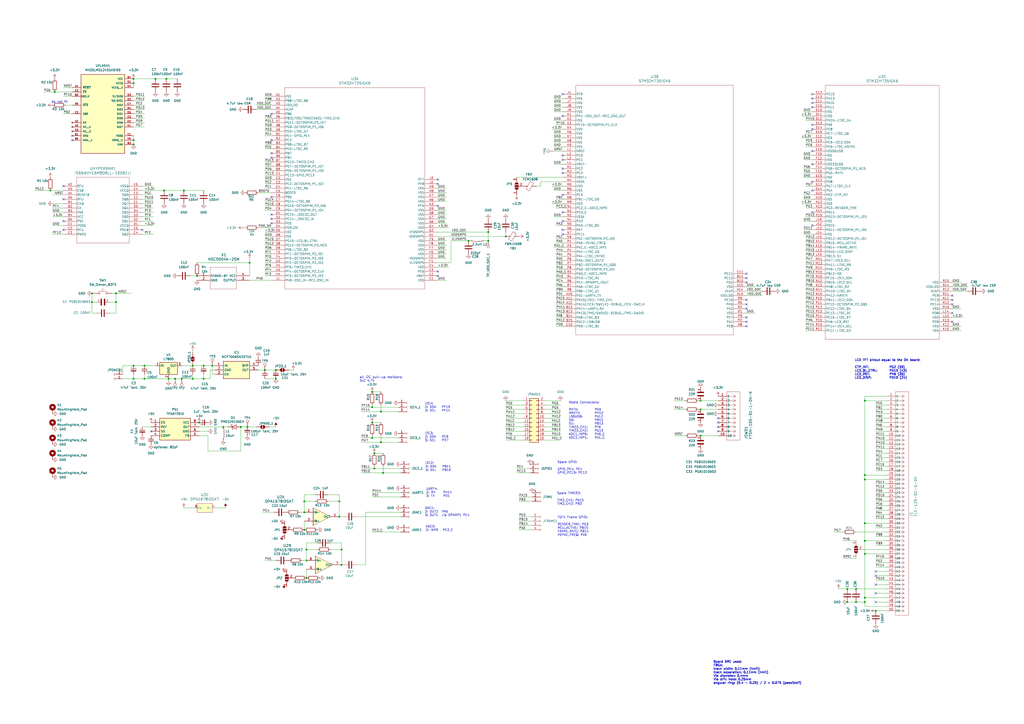
<source format=kicad_sch>
(kicad_sch (version 20231120) (generator "eeschema") (generator_version "8.0")
  (paper "A2")
  (title_block (title "CustomSTM32H735Board ") (date "2024-08-15") (rev "v2") (company "HB9GZE"))
  (lib_symbols
    (symbol "Connector:Conn_01x02_Socket" (pin_names (offset 1.016) hide)
      (property "Reference" "J" (at 0 2.54 0))
      (property "Value" "Conn_01x02_Socket" (at 0 -5.08 0))
      (symbol "Conn_01x02_Socket_1_1"
        (pin passive line (at -5.08 0 0) (length 3.81) (name "Pin_1") (number "1"))
        (pin passive line (at -5.08 -2.54 0) (length 3.81) (name "Pin_2") (number "2"))
      )
    )
    (symbol "Connector:Conn_01x03_Socket" (pin_names (offset 1.016) hide)
      (property "Reference" "J" (at 0 5.08 0))
      (property "Value" "Conn_01x03_Socket" (at 0 -5.08 0))
      (symbol "Conn_01x03_Socket_1_1"
        (pin passive line (at -5.08 2.54 0) (length 3.81) (name "Pin_1") (number "1"))
        (pin passive line (at -5.08 0 0) (length 3.81) (name "Pin_2") (number "2"))
        (pin passive line (at -5.08 -2.54 0) (length 3.81) (name "Pin_3") (number "3"))
      )
    )
    (symbol "Connector:Conn_01x04_Socket" (pin_names (offset 1.016) hide)
      (property "Reference" "J" (at 0 5.08 0))
      (property "Value" "Conn_01x04_Socket" (at 0 -7.62 0))
      (symbol "Conn_01x04_Socket_1_1"
        (pin passive line (at -5.08 2.54 0) (length 3.81) (name "Pin_1") (number "1"))
        (pin passive line (at -5.08 0 0) (length 3.81) (name "Pin_2") (number "2"))
        (pin passive line (at -5.08 -2.54 0) (length 3.81) (name "Pin_3") (number "3"))
        (pin passive line (at -5.08 -5.08 0) (length 3.81) (name "Pin_4") (number "4"))
      )
    )
    (symbol "Connector:TestPoint" (pin_numbers hide) (pin_names (offset 0.762) hide)
      (property "Reference" "TP" (at 0 6.858 0))
      (property "Value" "TestPoint" (at 0 5.08 0))
      (symbol "TestPoint_1_1"
        (pin passive line (at 0 0 90) (length 2.54) (name "1") (number "1"))
      )
    )
    (symbol "Connector_Generic:Conn_02x10_Odd_Even" (pin_names (offset 1.016) hide)
      (property "Reference" "J" (at 1.27 12.7 0))
      (property "Value" "Conn_02x10_Odd_Even" (at 1.27 -15.24 0))
      (symbol "Conn_02x10_Odd_Even_1_1"
        (pin passive line (at -5.08 10.16 0) (length 3.81) (name "Pin_1") (number "1"))
        (pin passive line (at 7.62 0 180) (length 3.81) (name "Pin_10") (number "10"))
        (pin passive line (at -5.08 -2.54 0) (length 3.81) (name "Pin_11") (number "11"))
        (pin passive line (at 7.62 -2.54 180) (length 3.81) (name "Pin_12") (number "12"))
        (pin passive line (at -5.08 -5.08 0) (length 3.81) (name "Pin_13") (number "13"))
        (pin passive line (at 7.62 -5.08 180) (length 3.81) (name "Pin_14") (number "14"))
        (pin passive line (at -5.08 -7.62 0) (length 3.81) (name "Pin_15") (number "15"))
        (pin passive line (at 7.62 -7.62 180) (length 3.81) (name "Pin_16") (number "16"))
        (pin passive line (at -5.08 -10.16 0) (length 3.81) (name "Pin_17") (number "17"))
        (pin passive line (at 7.62 -10.16 180) (length 3.81) (name "Pin_18") (number "18"))
        (pin passive line (at -5.08 -12.7 0) (length 3.81) (name "Pin_19") (number "19"))
        (pin passive line (at 7.62 10.16 180) (length 3.81) (name "Pin_2") (number "2"))
        (pin passive line (at 7.62 -12.7 180) (length 3.81) (name "Pin_20") (number "20"))
        (pin passive line (at -5.08 7.62 0) (length 3.81) (name "Pin_3") (number "3"))
        (pin passive line (at 7.62 7.62 180) (length 3.81) (name "Pin_4") (number "4"))
        (pin passive line (at -5.08 5.08 0) (length 3.81) (name "Pin_5") (number "5"))
        (pin passive line (at 7.62 5.08 180) (length 3.81) (name "Pin_6") (number "6"))
        (pin passive line (at -5.08 2.54 0) (length 3.81) (name "Pin_7") (number "7"))
        (pin passive line (at 7.62 2.54 180) (length 3.81) (name "Pin_8") (number "8"))
        (pin passive line (at -5.08 0 0) (length 3.81) (name "Pin_9") (number "9"))
      )
    )
    (symbol "Device:C" (pin_numbers hide) (pin_names (offset 0.254))
      (property "Reference" "C" (at 0.635 2.54 0))
      (property "Value" "C" (at 0.635 -2.54 0))
      (symbol "C_1_1"
        (pin passive line (at 0 3.81 270) (length 2.794) (name "~") (number "1"))
        (pin passive line (at 0 -3.81 90) (length 2.794) (name "~") (number "2"))
      )
    )
    (symbol "Device:C_Polarized_Small" (pin_numbers hide) (pin_names (offset 0.254) hide)
      (property "Reference" "C" (at 0.254 1.778 0))
      (property "Value" "C_Polarized_Small" (at 0.254 -2.032 0))
      (symbol "C_Polarized_Small_1_1"
        (pin passive line (at 0 2.54 270) (length 1.8542) (name "~") (number "1"))
        (pin passive line (at 0 -2.54 90) (length 1.8542) (name "~") (number "2"))
      )
    )
    (symbol "Device:C_Small" (pin_numbers hide) (pin_names (offset 0.254) hide)
      (property "Reference" "C" (at 0.254 1.778 0))
      (property "Value" "C_Small" (at 0.254 -2.032 0))
      (symbol "C_Small_1_1"
        (pin passive line (at 0 2.54 270) (length 2.032) (name "~") (number "1"))
        (pin passive line (at 0 -2.54 90) (length 2.032) (name "~") (number "2"))
      )
    )
    (symbol "Device:FerriteBead" (pin_numbers hide) (pin_names (offset 0))
      (property "Reference" "FB" (at -3.81 0.635 90))
      (property "Value" "FerriteBead" (at 3.81 0 90))
      (symbol "FerriteBead_1_1"
        (pin passive line (at 0 3.81 270) (length 2.54) (name "~") (number "1"))
        (pin passive line (at 0 -3.81 90) (length 2.54) (name "~") (number "2"))
      )
    )
    (symbol "Device:L" (pin_numbers hide) (pin_names (offset 1.016) hide)
      (property "Reference" "L" (at -1.27 0 90))
      (property "Value" "L" (at 1.905 0 90))
      (symbol "L_1_1"
        (pin passive line (at 0 3.81 270) (length 1.27) (name "1") (number "1"))
        (pin passive line (at 0 -3.81 90) (length 1.27) (name "2") (number "2"))
      )
    )
    (symbol "Device:R" (pin_numbers hide) (pin_names (offset 0))
      (property "Reference" "R" (at 2.032 0 90))
      (property "Value" "R" (at 0 0 90))
      (symbol "R_1_1"
        (pin passive line (at 0 3.81 270) (length 1.27) (name "~") (number "1"))
        (pin passive line (at 0 -3.81 90) (length 1.27) (name "~") (number "2"))
      )
    )
    (symbol "Diode:PMEG2010AEH" (pin_numbers hide) (pin_names hide)
      (property "Reference" "D" (at 0 2.54 0))
      (property "Value" "PMEG2010AEH" (at 0 -2.54 0))
      (symbol "PMEG2010AEH_1_1"
        (pin passive line (at -3.81 0 0) (length 2.54) (name "K") (number "1"))
        (pin passive line (at 3.81 0 180) (length 2.54) (name "A") (number "2"))
      )
    )
    (symbol "Jumper:SolderJumper_2_Open" (pin_numbers hide) (pin_names (offset 0) hide) (exclude_from_sim yes) (in_bom no)
      (property "Reference" "JP" (at 0 2.032 0))
      (property "Value" "SolderJumper_2_Open" (at 0 -2.54 0))
      (symbol "SolderJumper_2_Open_1_1"
        (pin passive line (at -3.81 0 0) (length 2.54) (name "A") (number "1"))
        (pin passive line (at 3.81 0 180) (length 2.54) (name "B") (number "2"))
      )
    )
    (symbol "Jumper:SolderJumper_3_Open" (pin_names (offset 0) hide) (exclude_from_sim yes) (in_bom no)
      (property "Reference" "JP" (at -2.54 -2.54 0))
      (property "Value" "SolderJumper_3_Open" (at 0 2.794 0))
      (symbol "SolderJumper_3_Open_1_1"
        (pin passive line (at -5.08 0 0) (length 2.54) (name "A") (number "1"))
        (pin passive line (at 0 -3.81 90) (length 2.54) (name "C") (number "2"))
        (pin passive line (at 5.08 0 180) (length 2.54) (name "B") (number "3"))
      )
    )
    (symbol "Mechanical:MountingHole_Pad" (pin_numbers hide) (pin_names (offset 1.016) hide) (exclude_from_sim yes) (in_bom no)
      (property "Reference" "H" (at 0 6.35 0))
      (property "Value" "MountingHole_Pad" (at 0 4.445 0))
      (symbol "MountingHole_Pad_1_1"
        (pin input line (at 0 -2.54 90) (length 2.54) (name "1") (number "1"))
      )
    )
    (symbol "Private:FLE-125-01-G-DV" (pin_names (offset 0.254))
      (property "Reference" "J" (at 8.89 6.35 0))
      (property "Value" "FLE-125-01-G-DV" (at 0 0 0))
      (symbol "FLE-125-01-G-DV_1_1"
        (pin unspecified line (at 0 0 0) (length 5.08) (name "1") (number "1"))
        (pin unspecified line (at 0 -22.86 0) (length 5.08) (name "10") (number "10"))
        (pin unspecified line (at 0 -25.4 0) (length 5.08) (name "11") (number "11"))
        (pin unspecified line (at 0 -27.94 0) (length 5.08) (name "12") (number "12"))
        (pin unspecified line (at 0 -30.48 0) (length 5.08) (name "13") (number "13"))
        (pin unspecified line (at 0 -33.02 0) (length 5.08) (name "14") (number "14"))
        (pin unspecified line (at 0 -35.56 0) (length 5.08) (name "15") (number "15"))
        (pin unspecified line (at 0 -38.1 0) (length 5.08) (name "16") (number "16"))
        (pin unspecified line (at 0 -40.64 0) (length 5.08) (name "17") (number "17"))
        (pin unspecified line (at 0 -43.18 0) (length 5.08) (name "18") (number "18"))
        (pin unspecified line (at 0 -45.72 0) (length 5.08) (name "19") (number "19"))
        (pin unspecified line (at 0 -2.54 0) (length 5.08) (name "2") (number "2"))
        (pin unspecified line (at 0 -48.26 0) (length 5.08) (name "20") (number "20"))
        (pin unspecified line (at 0 -50.8 0) (length 5.08) (name "21") (number "21"))
        (pin unspecified line (at 0 -53.34 0) (length 5.08) (name "22") (number "22"))
        (pin unspecified line (at 0 -55.88 0) (length 5.08) (name "23") (number "23"))
        (pin unspecified line (at 0 -58.42 0) (length 5.08) (name "24") (number "24"))
        (pin unspecified line (at 0 -60.96 0) (length 5.08) (name "25") (number "25"))
        (pin unspecified line (at 0 -63.5 0) (length 5.08) (name "26") (number "26"))
        (pin unspecified line (at 0 -66.04 0) (length 5.08) (name "27") (number "27"))
        (pin unspecified line (at 0 -68.58 0) (length 5.08) (name "28") (number "28"))
        (pin unspecified line (at 0 -71.12 0) (length 5.08) (name "29") (number "29"))
        (pin unspecified line (at 0 -5.08 0) (length 5.08) (name "3") (number "3"))
        (pin unspecified line (at 0 -73.66 0) (length 5.08) (name "30") (number "30"))
        (pin unspecified line (at 0 -76.2 0) (length 5.08) (name "31") (number "31"))
        (pin unspecified line (at 0 -78.74 0) (length 5.08) (name "32") (number "32"))
        (pin unspecified line (at 0 -81.28 0) (length 5.08) (name "33") (number "33"))
        (pin unspecified line (at 0 -83.82 0) (length 5.08) (name "34") (number "34"))
        (pin unspecified line (at 0 -86.36 0) (length 5.08) (name "35") (number "35"))
        (pin unspecified line (at 0 -88.9 0) (length 5.08) (name "36") (number "36"))
        (pin unspecified line (at 0 -91.44 0) (length 5.08) (name "37") (number "37"))
        (pin unspecified line (at 0 -93.98 0) (length 5.08) (name "38") (number "38"))
        (pin unspecified line (at 0 -96.52 0) (length 5.08) (name "39") (number "39"))
        (pin unspecified line (at 0 -7.62 0) (length 5.08) (name "4") (number "4"))
        (pin unspecified line (at 0 -99.06 0) (length 5.08) (name "40") (number "40"))
        (pin unspecified line (at 0 -101.6 0) (length 5.08) (name "41") (number "41"))
        (pin unspecified line (at 0 -104.14 0) (length 5.08) (name "42") (number "42"))
        (pin unspecified line (at 0 -106.68 0) (length 5.08) (name "43") (number "43"))
        (pin unspecified line (at 0 -109.22 0) (length 5.08) (name "44") (number "44"))
        (pin unspecified line (at 0 -111.76 0) (length 5.08) (name "45") (number "45"))
        (pin unspecified line (at 0 -114.3 0) (length 5.08) (name "46") (number "46"))
        (pin unspecified line (at 0 -116.84 0) (length 5.08) (name "47") (number "47"))
        (pin unspecified line (at 0 -119.38 0) (length 5.08) (name "48") (number "48"))
        (pin unspecified line (at 0 -121.92 0) (length 5.08) (name "49") (number "49"))
        (pin unspecified line (at 0 -10.16 0) (length 5.08) (name "5") (number "5"))
        (pin unspecified line (at 0 -124.46 0) (length 5.08) (name "50") (number "50"))
        (pin unspecified line (at 0 -12.7 0) (length 5.08) (name "6") (number "6"))
        (pin unspecified line (at 0 -15.24 0) (length 5.08) (name "7") (number "7"))
        (pin unspecified line (at 0 -17.78 0) (length 5.08) (name "8") (number "8"))
        (pin unspecified line (at 0 -20.32 0) (length 5.08) (name "9") (number "9"))
      )
      (symbol "FLE-125-01-G-DV_1_2"
        (pin unspecified line (at 0 0 0) (length 5.08) (name "1") (number "1"))
        (pin unspecified line (at 0 -22.86 0) (length 5.08) (name "10") (number "10"))
        (pin unspecified line (at 0 -25.4 0) (length 5.08) (name "11") (number "11"))
        (pin unspecified line (at 0 -27.94 0) (length 5.08) (name "12") (number "12"))
        (pin unspecified line (at 0 -30.48 0) (length 5.08) (name "13") (number "13"))
        (pin unspecified line (at 0 -33.02 0) (length 5.08) (name "14") (number "14"))
        (pin unspecified line (at 0 -35.56 0) (length 5.08) (name "15") (number "15"))
        (pin unspecified line (at 0 -38.1 0) (length 5.08) (name "16") (number "16"))
        (pin unspecified line (at 0 -40.64 0) (length 5.08) (name "17") (number "17"))
        (pin unspecified line (at 0 -43.18 0) (length 5.08) (name "18") (number "18"))
        (pin unspecified line (at 0 -45.72 0) (length 5.08) (name "19") (number "19"))
        (pin unspecified line (at 0 -2.54 0) (length 5.08) (name "2") (number "2"))
        (pin unspecified line (at 0 -48.26 0) (length 5.08) (name "20") (number "20"))
        (pin unspecified line (at 0 -50.8 0) (length 5.08) (name "21") (number "21"))
        (pin unspecified line (at 0 -53.34 0) (length 5.08) (name "22") (number "22"))
        (pin unspecified line (at 0 -55.88 0) (length 5.08) (name "23") (number "23"))
        (pin unspecified line (at 0 -58.42 0) (length 5.08) (name "24") (number "24"))
        (pin unspecified line (at 0 -60.96 0) (length 5.08) (name "25") (number "25"))
        (pin unspecified line (at 0 -63.5 0) (length 5.08) (name "26") (number "26"))
        (pin unspecified line (at 0 -66.04 0) (length 5.08) (name "27") (number "27"))
        (pin unspecified line (at 0 -68.58 0) (length 5.08) (name "28") (number "28"))
        (pin unspecified line (at 0 -71.12 0) (length 5.08) (name "29") (number "29"))
        (pin unspecified line (at 0 -5.08 0) (length 5.08) (name "3") (number "3"))
        (pin unspecified line (at 0 -73.66 0) (length 5.08) (name "30") (number "30"))
        (pin unspecified line (at 0 -76.2 0) (length 5.08) (name "31") (number "31"))
        (pin unspecified line (at 0 -78.74 0) (length 5.08) (name "32") (number "32"))
        (pin unspecified line (at 0 -81.28 0) (length 5.08) (name "33") (number "33"))
        (pin unspecified line (at 0 -83.82 0) (length 5.08) (name "34") (number "34"))
        (pin unspecified line (at 0 -86.36 0) (length 5.08) (name "35") (number "35"))
        (pin unspecified line (at 0 -88.9 0) (length 5.08) (name "36") (number "36"))
        (pin unspecified line (at 0 -91.44 0) (length 5.08) (name "37") (number "37"))
        (pin unspecified line (at 0 -93.98 0) (length 5.08) (name "38") (number "38"))
        (pin unspecified line (at 0 -96.52 0) (length 5.08) (name "39") (number "39"))
        (pin unspecified line (at 0 -7.62 0) (length 5.08) (name "4") (number "4"))
        (pin unspecified line (at 0 -99.06 0) (length 5.08) (name "40") (number "40"))
        (pin unspecified line (at 0 -101.6 0) (length 5.08) (name "41") (number "41"))
        (pin unspecified line (at 0 -104.14 0) (length 5.08) (name "42") (number "42"))
        (pin unspecified line (at 0 -106.68 0) (length 5.08) (name "43") (number "43"))
        (pin unspecified line (at 0 -109.22 0) (length 5.08) (name "44") (number "44"))
        (pin unspecified line (at 0 -111.76 0) (length 5.08) (name "45") (number "45"))
        (pin unspecified line (at 0 -114.3 0) (length 5.08) (name "46") (number "46"))
        (pin unspecified line (at 0 -116.84 0) (length 5.08) (name "47") (number "47"))
        (pin unspecified line (at 0 -119.38 0) (length 5.08) (name "48") (number "48"))
        (pin unspecified line (at 0 -121.92 0) (length 5.08) (name "49") (number "49"))
        (pin unspecified line (at 0 -10.16 0) (length 5.08) (name "5") (number "5"))
        (pin unspecified line (at 0 -124.46 0) (length 5.08) (name "50") (number "50"))
        (pin unspecified line (at 0 -12.7 0) (length 5.08) (name "6") (number "6"))
        (pin unspecified line (at 0 -15.24 0) (length 5.08) (name "7") (number "7"))
        (pin unspecified line (at 0 -17.78 0) (length 5.08) (name "8") (number "8"))
        (pin unspecified line (at 0 -20.32 0) (length 5.08) (name "9") (number "9"))
      )
    )
    (symbol "Private:FTSH-105-01-L-DV-K" (pin_names (offset 0.254))
      (property "Reference" "J" (at 8.89 6.35 0))
      (property "Value" "FTSH-105-01-L-DV-K" (at 0 0 0))
      (symbol "FTSH-105-01-L-DV-K_0_1"
        (pin unspecified line (at 0 0 0) (length 5.08) (name "1") (number "1"))
        (pin unspecified line (at 0 -22.86 0) (length 5.08) (name "10") (number "10"))
        (pin unspecified line (at 0 -2.54 0) (length 5.08) (name "2") (number "2"))
        (pin unspecified line (at 0 -5.08 0) (length 5.08) (name "3") (number "3"))
        (pin unspecified line (at 0 -7.62 0) (length 5.08) (name "4") (number "4"))
        (pin unspecified line (at 0 -10.16 0) (length 5.08) (name "5") (number "5"))
        (pin unspecified line (at 0 -12.7 0) (length 5.08) (name "6") (number "6"))
        (pin unspecified line (at 0 -15.24 0) (length 5.08) (name "7") (number "7"))
        (pin unspecified line (at 0 -17.78 0) (length 5.08) (name "8") (number "8"))
        (pin unspecified line (at 0 -20.32 0) (length 5.08) (name "9") (number "9"))
      )
    )
    (symbol "Private:IS66WVH16M8DBLL-100B1LI" (pin_names (offset 0.254))
      (property "Reference" "U" (at 22.86 10.16 0))
      (property "Value" "IS66WVH16M8DBLL-100B1LI" (at 22.86 7.62 0))
      (symbol "IS66WVH16M8DBLL-100B1LI_0_1"
        (pin unspecified line (at 0 0 0) (length 7.62) (name "RFU") (number "A2"))
        (pin unspecified line (at 0 -2.54 0) (length 7.62) (name "CS#") (number "A3"))
        (pin unspecified line (at 0 -5.08 0) (length 7.62) (name "RESET#") (number "A4"))
        (pin unspecified line (at 0 -7.62 0) (length 7.62) (name "RFU") (number "A5"))
        (pin unspecified line (at 0 -10.16 0) (length 7.62) (name "CK#") (number "B1"))
        (pin unspecified line (at 0 -12.7 0) (length 7.62) (name "CK") (number "B2"))
        (pin power_out line (at 0 -15.24 0) (length 7.62) (name "VSS") (number "B3"))
        (pin power_in line (at 0 -17.78 0) (length 7.62) (name "VCC") (number "B4"))
        (pin unspecified line (at 0 -20.32 0) (length 7.62) (name "PSC") (number "B5"))
        (pin power_out line (at 0 -22.86 0) (length 7.62) (name "VSSQ") (number "C1"))
        (pin unspecified line (at 0 -25.4 0) (length 7.62) (name "RFU") (number "C2"))
        (pin unspecified line (at 0 -27.94 0) (length 7.62) (name "RWDS") (number "C3"))
        (pin bidirectional line (at 45.72 -27.94 180) (length 7.62) (name "DQ2") (number "C4"))
        (pin unspecified line (at 45.72 -25.4 180) (length 7.62) (name "PSC#") (number "C5"))
        (pin power_in line (at 45.72 -22.86 180) (length 7.62) (name "VCCQ") (number "D1"))
        (pin bidirectional line (at 45.72 -20.32 180) (length 7.62) (name "DQ1") (number "D2"))
        (pin bidirectional line (at 45.72 -17.78 180) (length 7.62) (name "DQ0") (number "D3"))
        (pin bidirectional line (at 45.72 -15.24 180) (length 7.62) (name "DQ3") (number "D4"))
        (pin bidirectional line (at 45.72 -12.7 180) (length 7.62) (name "DQ4") (number "D5"))
        (pin bidirectional line (at 45.72 -10.16 180) (length 7.62) (name "DQ7") (number "E1"))
        (pin bidirectional line (at 45.72 -7.62 180) (length 7.62) (name "DQ6") (number "E2"))
        (pin bidirectional line (at 45.72 -5.08 180) (length 7.62) (name "DQ5") (number "E3"))
        (pin power_in line (at 45.72 -2.54 180) (length 7.62) (name "VCCQ") (number "E4"))
        (pin power_out line (at 45.72 0 180) (length 7.62) (name "VSSQ") (number "E5"))
      )
    )
    (symbol "Private:MX25LM51245GXDI00" (pin_names (offset 1.016))
      (property "Reference" "U" (at -12.7 19.05 0))
      (property "Value" "MX25LM51245GXDI00" (at -12.7 -30.48 0))
      (symbol "MX25LM51245GXDI00_0_0"
        (pin no_connect line (at -17.78 -10.16 0) (length 5.08) (name "NC") (number "A2"))
        (pin no_connect line (at -17.78 -12.7 0) (length 5.08) (name "NC__1") (number "A3"))
        (pin input line (at -17.78 10.16 0) (length 5.08) (name "~{RESET}") (number "A4"))
        (pin input line (at -17.78 0 0) (length 5.08) (name "~{ECS}") (number "A5"))
        (pin passive line (at -17.78 -17.78 0) (length 5.08) (name "DNU") (number "B1"))
        (pin input clock (at -17.78 5.08 0) (length 5.08) (name "SCLK") (number "B2"))
        (pin power_in line (at 17.78 -22.86 180) (length 5.08) (name "GND") (number "B3"))
        (pin power_in line (at 17.78 15.24 180) (length 5.08) (name "VCC") (number "B4"))
        (pin passive line (at -17.78 -20.32 0) (length 5.08) (name "DNU__1") (number "B5"))
        (pin power_in line (at 17.78 -17.78 180) (length 5.08) (name "VSSQ") (number "C1"))
        (pin input line (at -17.78 7.62 0) (length 5.08) (name "~{CS}") (number "C2"))
        (pin bidirectional line (at -17.78 -5.08 0) (length 5.08) (name "DQS") (number "C3"))
        (pin bidirectional line (at 17.78 0 180) (length 5.08) (name "SIO2") (number "C4"))
        (pin no_connect line (at -17.78 -15.24 0) (length 5.08) (name "NC__2") (number "C5"))
        (pin power_in line (at 17.78 12.7 180) (length 5.08) (name "VCCQ") (number "D1"))
        (pin bidirectional line (at 17.78 2.54 180) (length 5.08) (name "SO/SIO1") (number "D2"))
        (pin bidirectional line (at 17.78 5.08 180) (length 5.08) (name "SI/SIO0") (number "D3"))
        (pin bidirectional line (at 17.78 -2.54 180) (length 5.08) (name "SIO3") (number "D4"))
        (pin bidirectional line (at 17.78 -5.08 180) (length 5.08) (name "SIO4") (number "D5"))
        (pin bidirectional line (at 17.78 -12.7 180) (length 5.08) (name "SIO7") (number "E1"))
        (pin bidirectional line (at 17.78 -10.16 180) (length 5.08) (name "SIO6") (number "E2"))
        (pin bidirectional line (at 17.78 -7.62 180) (length 5.08) (name "SIO5") (number "E3"))
        (pin power_in line (at 17.78 10.16 180) (length 5.08) (name "VCCQ__1") (number "E4"))
        (pin power_in line (at 17.78 -20.32 180) (length 5.08) (name "VSSQ__1") (number "E5"))
      )
    )
    (symbol "Private:NCP700BSN33T1G"
      (property "Reference" "IC" (at 21.59 7.62 0))
      (property "Value" "NCP700BSN33T1G" (at 21.59 5.08 0))
      (symbol "NCP700BSN33T1G_1_1"
        (pin passive line (at 0 0 0) (length 5.08) (name "IN") (number "1"))
        (pin passive line (at 0 -2.54 0) (length 5.08) (name "GND") (number "2"))
        (pin passive line (at 0 -5.08 0) (length 5.08) (name "EN") (number "3"))
        (pin passive line (at 25.4 0 180) (length 5.08) (name "BYP") (number "4"))
        (pin passive line (at 25.4 -2.54 180) (length 5.08) (name "OUT") (number "5"))
      )
    )
    (symbol "Private:NSC5004A-25M" (pin_names (offset 0.254))
      (property "Reference" "X" (at 0 10.414 0))
      (property "Value" "NSC5004A-25M" (at -0.254 7.874 0))
      (symbol "NSC5004A-25M_0_1"
        (pin unspecified line (at -15.24 1.27 0) (length 7.62) (name "STAND-BY") (number "1"))
        (pin power_out line (at -15.24 -1.27 0) (length 7.62) (name "GND") (number "2"))
        (pin output line (at 15.24 -1.27 180) (length 7.62) (name "OUTPUT") (number "3"))
        (pin power_in line (at 15.24 1.27 180) (length 7.62) (name "VCC") (number "4"))
      )
    )
    (symbol "Private:OPA1678IDGKT" (pin_names (offset 0.254))
      (property "Reference" "U" (at -0.508 1.524 0))
      (property "Value" "OPA1678IDGKT" (at -0.762 5.08 0))
      (symbol "OPA1678IDGKT_1_1"
        (pin output line (at 10.16 1.27 180) (length 5.08) (name "OUT") (number "1"))
        (pin input line (at -10.16 3.81 0) (length 5.08) (name "IN-") (number "2"))
        (pin input line (at -10.16 -1.27 0) (length 5.08) (name "IN+") (number "3"))
      )
      (symbol "OPA1678IDGKT_2_1"
        (pin input line (at -10.16 -1.27 0) (length 5.08) (name "IN+") (number "5"))
        (pin input line (at -10.16 3.81 0) (length 5.08) (name "IN-") (number "6"))
        (pin output line (at 10.16 1.27 180) (length 5.08) (name "OUT") (number "7"))
      )
      (symbol "OPA1678IDGKT_3_1"
        (pin power_in line (at 5.08 1.27 180) (length 1.27) (name "V-") (number "4"))
        (pin power_in line (at -6.35 1.27 0) (length 1.27) (name "V+") (number "8"))
      )
    )
    (symbol "Private:PGB1010603" (pin_names (offset 1.016))
      (property "Reference" "C" (at 0 3.8109 0))
      (property "Value" "PGB1010603" (at -5.08 -3.81 0))
      (symbol "PGB1010603_0_0"
        (pin passive line (at -2.54 0 0) (length 2.54) (name "~") (number "1"))
        (pin passive line (at 5.08 0 180) (length 2.54) (name "~") (number "2"))
      )
    )
    (symbol "Private:STM32H735IGK6" (pin_names (offset 0.254))
      (property "Reference" "U" (at 48.26 10.16 0))
      (property "Value" "STM32H735IGK6" (at 48.26 7.62 0))
      (symbol "STM32H735IGK6_1_1"
        (pin power_out line (at 0 0 0) (length 7.62) (name "VSS") (number "A1"))
        (pin unspecified line (at 0 -2.54 0) (length 7.62) (name "PB8-LTDC_B6") (number "A2"))
        (pin power_in line (at 0 -5.08 0) (length 7.62) (name "VDDLDO") (number "A3"))
        (pin unspecified line (at 0 -7.62 0) (length 7.62) (name "VCAP") (number "A4"))
        (pin bidirectional line (at 0 -10.16 0) (length 7.62) (name "PB6") (number "A5"))
        (pin unspecified line (at 0 -12.7 0) (length 7.62) (name "PB3(JTDO/TRACESWO)-TIM2_CH2") (number "A6"))
        (pin unspecified line (at 0 -15.24 0) (length 7.62) (name "PG11-OCTOSPIM_P2_IO7") (number "A7"))
        (pin unspecified line (at 0 -17.78 0) (length 7.62) (name "PG9-OCTOSPIM_P1_IO6") (number "A8"))
        (pin unspecified line (at 0 -20.32 0) (length 7.62) (name "PD3-LTDC_G7") (number "A9"))
        (pin unspecified line (at 0 -22.86 0) (length 7.62) (name "PE4-GPIO_PE4") (number "B1"))
        (pin bidirectional line (at 0 -25.4 0) (length 7.62) (name "PE3") (number "B2"))
        (pin unspecified line (at 0 -27.94 0) (length 7.62) (name "PB9-LTDC_B7") (number "B3"))
        (pin unspecified line (at 0 -30.48 0) (length 7.62) (name "PE0-LTDC_R0") (number "B4"))
        (pin bidirectional line (at 0 -33.02 0) (length 7.62) (name "PB7") (number "B5"))
        (pin bidirectional line (at 0 -35.56 0) (length 7.62) (name "PB4") (number "B6"))
        (pin unspecified line (at 0 -38.1 0) (length 7.62) (name "PG13-TIM23_CH2") (number "B7"))
        (pin unspecified line (at 0 -40.64 0) (length 7.62) (name "PD7-OCTOSPIM_P1_IO7") (number "B8"))
        (pin unspecified line (at 0 -43.18 0) (length 7.62) (name "PD5-OCTOSPIM_P1_IO5") (number "B9"))
        (pin unspecified line (at 0 -45.72 0) (length 7.62) (name "PC13-GPIO_PC13") (number "C1"))
        (pin power_out line (at 0 -48.26 0) (length 7.62) (name "VSS") (number "C2"))
        (pin unspecified line (at 0 -50.8 0) (length 7.62) (name "PE2-OCTOSPIM_P1_IO2") (number "C3"))
        (pin unspecified line (at 0 -53.34 0) (length 7.62) (name "PE1-LTDC_R6") (number "C4"))
        (pin unspecified line (at 0 -55.88 0) (length 7.62) (name "BOOT0") (number "C5"))
        (pin bidirectional line (at 0 -58.42 0) (length 7.62) (name "PB5") (number "C6"))
        (pin unspecified line (at 0 -60.96 0) (length 7.62) (name "PG14-LTDC_B0") (number "C7"))
        (pin unspecified line (at 0 -63.5 0) (length 7.62) (name "PG10-OCTOSPIM_P2_IO6") (number "C8"))
        (pin unspecified line (at 0 -66.04 0) (length 7.62) (name "PD4-OCTOSPIM_P1_IO4") (number "C9"))
        (pin output line (at 0 -68.58 0) (length 7.62) (name "PC15-_OSC32_OUT") (number "D1"))
        (pin bidirectional line (at 0 -71.12 0) (length 7.62) (name "PC14-_OSC32_IN") (number "D2"))
        (pin bidirectional line (at 0 -73.66 0) (length 7.62) (name "PE5") (number "D3"))
        (pin unspecified line (at 0 -76.2 0) (length 7.62) (name "PDR_ON") (number "D4"))
        (pin power_in line (at 0 -78.74 0) (length 7.62) (name "VDD") (number "D5"))
        (pin power_out line (at 0 -81.28 0) (length 7.62) (name "VSS") (number "D6"))
        (pin unspecified line (at 0 -83.82 0) (length 7.62) (name "PG15-LCD_BL_CTRL") (number "D7"))
        (pin unspecified line (at 0 -86.36 0) (length 7.62) (name "PG12-OCTOSPIM_P2_NCS") (number "D8"))
        (pin unspecified line (at 0 -88.9 0) (length 7.62) (name "PD6-LTDC_B2") (number "D9"))
        (pin power_out line (at 96.52 -106.68 180) (length 7.62) (name "VSS") (number "E1"))
        (pin unspecified line (at 96.52 -104.14 180) (length 7.62) (name "VBAT") (number "E2"))
        (pin bidirectional line (at 96.52 -101.6 180) (length 7.62) (name "PE6") (number "E3"))
        (pin power_in line (at 96.52 -99.06 180) (length 7.62) (name "VDD") (number "E4"))
        (pin unspecified line (at 96.52 -96.52 180) (length 7.62) (name "VLXSMPS") (number "F1"))
        (pin power_out line (at 96.52 -93.98 180) (length 7.62) (name "VSSSMPS") (number "F2"))
        (pin unspecified line (at 0 -91.44 0) (length 7.62) (name "PF1-OCTOSPIM_P2_IO1") (number "F3"))
        (pin unspecified line (at 0 -93.98 0) (length 7.62) (name "PF0-OCTOSPIM_P2_IO0") (number "F4"))
        (pin power_out line (at 96.52 -91.44 180) (length 7.62) (name "VSS") (number "F6"))
        (pin power_out line (at 96.52 -88.9 180) (length 7.62) (name "VSS") (number "F7"))
        (pin power_out line (at 96.52 -86.36 180) (length 7.62) (name "VSS") (number "F8"))
        (pin power_out line (at 96.52 -83.82 180) (length 7.62) (name "VSS") (number "F9"))
        (pin power_in line (at 96.52 -81.28 180) (length 7.62) (name "VDDSMPS") (number "G1"))
        (pin unspecified line (at 96.52 -78.74 180) (length 7.62) (name "VFBSMPS") (number "G2"))
        (pin unspecified line (at 0 -96.52 0) (length 7.62) (name "PF2-OCTOSPIM_P2_IO2") (number "G3"))
        (pin power_in line (at 96.52 -76.2 180) (length 7.62) (name "VDD") (number "G4"))
        (pin power_out line (at 96.52 -73.66 180) (length 7.62) (name "VSS") (number "G6"))
        (pin power_out line (at 96.52 -71.12 180) (length 7.62) (name "VSS") (number "G7"))
        (pin power_out line (at 96.52 -68.58 180) (length 7.62) (name "VSS") (number "G8"))
        (pin power_out line (at 96.52 -66.04 180) (length 7.62) (name "VSS") (number "G9"))
        (pin unspecified line (at 0 -99.06 0) (length 7.62) (name "PF6-TIM23_CH1") (number "H1"))
        (pin unspecified line (at 0 -101.6 0) (length 7.62) (name "PF4-OCTOSPIM_P2_CLK") (number "H2"))
        (pin bidirectional line (at 96.52 -63.5 180) (length 7.62) (name "PF5") (number "H3"))
        (pin unspecified line (at 0 -104.14 0) (length 7.62) (name "PF3-OCTOSPIM_P2_IO3") (number "H4"))
        (pin power_out line (at 96.52 -60.96 180) (length 7.62) (name "VSS") (number "H6"))
        (pin power_out line (at 96.52 -58.42 180) (length 7.62) (name "VSS") (number "H7"))
        (pin power_out line (at 96.52 -55.88 180) (length 7.62) (name "VSS") (number "H8"))
        (pin power_out line (at 96.52 -53.34 180) (length 7.62) (name "VSS") (number "H9"))
        (pin unspecified line (at 0 -106.68 0) (length 7.62) (name "PH0-OSC_IN-RCC_OSC_IN") (number "J1"))
        (pin bidirectional line (at 96.52 -50.8 180) (length 7.62) (name "PF8") (number "J2"))
        (pin bidirectional line (at 96.52 -48.26 180) (length 7.62) (name "PF7") (number "J3"))
      )
      (symbol "STM32H735IGK6_2_1"
        (pin unspecified line (at 0 -116.84 0) (length 7.62) (name "PD1-UART4_TX") (number "A10"))
        (pin unspecified line (at 0 -119.38 0) (length 7.62) (name "PA15(JTDI)-TIM2_CH1") (number "A11"))
        (pin unspecified line (at 0 -121.92 0) (length 7.62) (name "PA14(JTCK/SWCLK)-DEBUG_JTCK-SWCLK") (number "A12"))
        (pin power_in line (at 106.68 -116.84 180) (length 7.62) (name "VDDLDO") (number "A13"))
        (pin unspecified line (at 106.68 -114.3 180) (length 7.62) (name "VCAP") (number "A14"))
        (pin power_out line (at 106.68 -111.76 180) (length 7.62) (name "VSS") (number "A15"))
        (pin bidirectional line (at 106.68 -109.22 180) (length 7.62) (name "PD2") (number "B10"))
        (pin bidirectional line (at 106.68 -106.68 180) (length 7.62) (name "PC12") (number "B11"))
        (pin unspecified line (at 0 -124.46 0) (length 7.62) (name "PH14-UART4_RX") (number "B12"))
        (pin unspecified line (at 0 -127 0) (length 7.62) (name "PA13(JTMS/SWDIO)-DEBUG_JTMS-SWDIO") (number "B13"))
        (pin unspecified line (at 0 -129.54 0) (length 7.62) (name "PA8-LTDC_B3") (number "B14"))
        (pin unspecified line (at 0 -132.08 0) (length 7.62) (name "PA12-LSBUSB") (number "B15"))
        (pin unspecified line (at 0 -134.62 0) (length 7.62) (name "PD0-LTDC_B1") (number "C10"))
        (pin bidirectional line (at 106.68 -104.14 180) (length 7.62) (name "PC11") (number "C11"))
        (pin bidirectional line (at 0 0 0) (length 7.62) (name "PF9") (number "J4"))
        (pin power_out line (at 0 -2.54 0) (length 7.62) (name "VSS") (number "J6"))
        (pin power_out line (at 0 -5.08 0) (length 7.62) (name "VSS") (number "J7"))
        (pin power_out line (at 0 -7.62 0) (length 7.62) (name "VSS") (number "J8"))
        (pin power_out line (at 0 -10.16 0) (length 7.62) (name "VSS") (number "J9"))
        (pin unspecified line (at 0 -12.7 0) (length 7.62) (name "PH1-OSC_OUT-RCC_OSC_OUT") (number "K1"))
        (pin power_out line (at 0 -15.24 0) (length 7.62) (name "VSS") (number "K2"))
        (pin unspecified line (at 0 -17.78 0) (length 7.62) (name "PF10-OCTOSPIM_P1_CLK") (number "K3"))
        (pin power_in line (at 0 -20.32 0) (length 7.62) (name "VDD") (number "K4"))
        (pin power_out line (at 0 -22.86 0) (length 7.62) (name "VSS") (number "K6"))
        (pin power_out line (at 0 -25.4 0) (length 7.62) (name "VSS") (number "K7"))
        (pin power_out line (at 0 -27.94 0) (length 7.62) (name "VSS") (number "K8"))
        (pin power_out line (at 0 -30.48 0) (length 7.62) (name "VSS") (number "K9"))
        (pin unspecified line (at 0 -33.02 0) (length 7.62) (name "NRST") (number "L1"))
        (pin bidirectional line (at 0 -35.56 0) (length 7.62) (name "PC0") (number "L2"))
        (pin bidirectional line (at 0 -38.1 0) (length 7.62) (name "PC1") (number "L3"))
        (pin power_in line (at 0 -40.64 0) (length 7.62) (name "VREF-") (number "L4"))
        (pin bidirectional line (at 0 -43.18 0) (length 7.62) (name "PC2") (number "M1"))
        (pin bidirectional line (at 0 -45.72 0) (length 7.62) (name "PC3") (number "M2"))
        (pin power_in line (at 0 -48.26 0) (length 7.62) (name "VREF+") (number "M3"))
        (pin power_in line (at 0 -50.8 0) (length 7.62) (name "VDDA") (number "M4"))
        (pin power_in line (at 0 -53.34 0) (length 7.62) (name "VDD") (number "M5"))
        (pin power_out line (at 0 -55.88 0) (length 7.62) (name "VSS") (number "M6"))
        (pin bidirectional line (at 0 -58.42 0) (length 7.62) (name "PC5") (number "M7"))
        (pin unspecified line (at 0 -60.96 0) (length 7.62) (name "PB1-LTDC_G0") (number "M8"))
        (pin power_in line (at 0 -63.5 0) (length 7.62) (name "VDD") (number "M9"))
        (pin unspecified line (at 0 -66.04 0) (length 7.62) (name "PC2_C-ADC3_INP0") (number "N1"))
        (pin bidirectional line (at 0 -68.58 0) (length 7.62) (name "PC3_C") (number "N2"))
        (pin power_out line (at 0 -71.12 0) (length 7.62) (name "VSSA") (number "N3"))
        (pin bidirectional line (at 0 -73.66 0) (length 7.62) (name "PH2") (number "N4"))
        (pin unspecified line (at 0 -76.2 0) (length 7.62) (name "PA3-LTDC_B5") (number "N5"))
        (pin bidirectional line (at 0 -78.74 0) (length 7.62) (name "PA7") (number "N6"))
        (pin bidirectional line (at 0 -81.28 0) (length 7.62) (name "PF11") (number "N7"))
        (pin bidirectional line (at 106.68 -134.62 180) (length 7.62) (name "PE8") (number "N8"))
        (pin unspecified line (at 0 -83.82 0) (length 7.62) (name "PG1-OCTOSPIM_P2_IO5") (number "N9"))
        (pin unspecified line (at 0 -86.36 0) (length 7.62) (name "PA0-VSYNC_FREQ") (number "P1"))
        (pin bidirectional line (at 106.68 -132.08 180) (length 7.62) (name "PA1") (number "P2"))
        (pin unspecified line (at 0 -88.9 0) (length 7.62) (name "PA1_C-ADC2_INP1") (number "P3"))
        (pin unspecified line (at 0 -91.44 0) (length 7.62) (name "PH4-LTDC_G5") (number "P4"))
        (pin unspecified line (at 0 -93.98 0) (length 7.62) (name "PA4-LTDC_VSYNC") (number "P5"))
        (pin unspecified line (at 0 -96.52 0) (length 7.62) (name "PA5-DAC1_OUT2") (number "P6"))
        (pin unspecified line (at 0 -99.06 0) (length 7.62) (name "PB2-OCTOSPIM_P1_DQS") (number "P7"))
        (pin unspecified line (at 0 -101.6 0) (length 7.62) (name "PG0-OCTOSPIM_P2_IO4") (number "P8"))
        (pin bidirectional line (at 106.68 -129.54 180) (length 7.62) (name "PE7") (number "P9"))
        (pin power_out line (at 106.68 -127 180) (length 7.62) (name "VSS") (number "R1"))
        (pin bidirectional line (at 106.68 -124.46 180) (length 7.62) (name "PA2") (number "R2"))
        (pin unspecified line (at 0 -104.14 0) (length 7.62) (name "PA0_C-ADC1_INP0") (number "R3"))
        (pin unspecified line (at 0 -106.68 0) (length 7.62) (name "PH3-LTDC_R1") (number "R4"))
        (pin bidirectional line (at 106.68 -121.92 180) (length 7.62) (name "PH5") (number "R5"))
        (pin unspecified line (at 0 -109.22 0) (length 7.62) (name "PC4-OPAMP1_VOUT") (number "R6"))
        (pin unspecified line (at 0 -111.76 0) (length 7.62) (name "PA6-LTDC_G2") (number "R7"))
        (pin unspecified line (at 0 -114.3 0) (length 7.62) (name "PB0-LTDC_G1") (number "R8"))
        (pin bidirectional line (at 106.68 -119.38 180) (length 7.62) (name "PE10") (number "R9"))
      )
      (symbol "STM32H735IGK6_3_1"
        (pin bidirectional line (at 0 0 0) (length 7.62) (name "PC10") (number "C12"))
        (pin bidirectional line (at 0 -2.54 0) (length 7.62) (name "PH13") (number "C13"))
        (pin bidirectional line (at 0 -5.08 0) (length 7.62) (name "PA10") (number "C14"))
        (pin bidirectional line (at 0 -7.62 0) (length 7.62) (name "PA11") (number "C15"))
        (pin power_out line (at 0 -10.16 0) (length 7.62) (name "VSS") (number "D10"))
        (pin power_in line (at 0 -12.7 0) (length 7.62) (name "VDD") (number "D11"))
        (pin unspecified line (at 0 -15.24 0) (length 7.62) (name "PH15-LTDC_G4") (number "D12"))
        (pin bidirectional line (at 0 -17.78 0) (length 7.62) (name "PA9") (number "D13"))
        (pin bidirectional line (at 0 -20.32 0) (length 7.62) (name "PC8") (number "D14"))
        (pin unspecified line (at 0 -22.86 0) (length 7.62) (name "PC7-LTDC_G6") (number "D15"))
        (pin power_in line (at 0 -25.4 0) (length 7.62) (name "VDD") (number "E12"))
        (pin unspecified line (at 0 -27.94 0) (length 7.62) (name "PC9-I2C3_SDA") (number "E13"))
        (pin unspecified line (at 0 -30.48 0) (length 7.62) (name "PC6-LTDC_HSYNC") (number "E14"))
        (pin power_in line (at 0 -33.02 0) (length 7.62) (name "VDD50USB") (number "E15"))
        (pin power_out line (at 0 -35.56 0) (length 7.62) (name "VSS") (number "F10"))
        (pin power_out line (at 0 -38.1 0) (length 7.62) (name "VSS") (number "F12"))
        (pin power_in line (at 0 -40.64 0) (length 7.62) (name "VDD33USB") (number "F13"))
        (pin unspecified line (at 0 -43.18 0) (length 7.62) (name "PG6-OCTOSPIM_P1_NCS") (number "F14"))
        (pin unspecified line (at 0 -45.72 0) (length 7.62) (name "PG5-RXTX") (number "F15"))
        (pin power_out line (at 0 -48.26 0) (length 7.62) (name "VSS") (number "G10"))
        (pin bidirectional line (at 0 -50.8 0) (length 7.62) (name "PG8") (number "G12"))
        (pin unspecified line (at 0 -53.34 0) (length 7.62) (name "PG7-LTDC_CLK") (number "G13"))
        (pin bidirectional line (at 0 -55.88 0) (length 7.62) (name "PG4") (number "G14"))
        (pin unspecified line (at 0 -58.42 0) (length 7.62) (name "PG2-CTP_INT") (number "G15"))
        (pin power_out line (at 0 -60.96 0) (length 7.62) (name "VSS") (number "H10"))
        (pin power_in line (at 0 -63.5 0) (length 7.62) (name "VDD") (number "H12"))
        (pin unspecified line (at 0 -66.04 0) (length 7.62) (name "PG3-RENDER_TIME") (number "H13"))
        (pin bidirectional line (at 0 -68.58 0) (length 7.62) (name "PD14") (number "H14"))
        (pin unspecified line (at 0 -71.12 0) (length 7.62) (name "PD13-OCTOSPIM_P1_IO3") (number "H15"))
        (pin power_out line (at 0 -73.66 0) (length 7.62) (name "VSS") (number "J10"))
        (pin bidirectional line (at 0 -76.2 0) (length 7.62) (name "PD15") (number "J12"))
        (pin unspecified line (at 0 -78.74 0) (length 7.62) (name "PD11-OCTOSPIM_P1_IO0") (number "J13"))
        (pin power_out line (at 0 -81.28 0) (length 7.62) (name "VSS") (number "J14"))
        (pin unspecified line (at 0 -83.82 0) (length 7.62) (name "PD12-OCTOSPIM_P1_IO1") (number "J15"))
        (pin power_out line (at 81.28 -137.16 180) (length 7.62) (name "VSS") (number "K10"))
        (pin power_out line (at 81.28 -134.62 180) (length 7.62) (name "VSS") (number "K12"))
        (pin bidirectional line (at 81.28 -132.08 180) (length 7.62) (name "PD9") (number "K13"))
        (pin unspecified line (at 0 -86.36 0) (length 7.62) (name "PB15-MCU_ACTIVE") (number "K14"))
        (pin unspecified line (at 0 -88.9 0) (length 7.62) (name "PB14-FRAME_RATE") (number "K15"))
        (pin power_in line (at 81.28 -129.54 180) (length 7.62) (name "VDD") (number "L12"))
        (pin unspecified line (at 0 -91.44 0) (length 7.62) (name "PD10-LCD_DISP") (number "L13"))
        (pin bidirectional line (at 81.28 -127 180) (length 7.62) (name "PD8") (number "L14"))
        (pin unspecified line (at 0 -93.98 0) (length 7.62) (name "PB13-S1") (number "L15"))
        (pin power_out line (at 81.28 -124.46 180) (length 7.62) (name "VSS") (number "M10"))
        (pin unspecified line (at 0 -96.52 0) (length 7.62) (name "PH7-I2C3_SCL") (number "M11"))
        (pin bidirectional line (at 81.28 -121.92 180) (length 7.62) (name "PE14") (number "M12"))
        (pin unspecified line (at 0 -99.06 0) (length 7.62) (name "PH11-LTDC_R5") (number "M13"))
        (pin unspecified line (at 0 -101.6 0) (length 7.62) (name "PH9-LTDC_R3") (number "M14"))
        (pin unspecified line (at 0 -104.14 0) (length 7.62) (name "PB12-S0") (number "M15"))
        (pin unspecified line (at 0 -106.68 0) (length 7.62) (name "PF15-I2C4_SDA") (number "N10"))
        (pin bidirectional line (at 81.28 -119.38 180) (length 7.62) (name "PF13") (number "N11"))
        (pin unspecified line (at 0 -109.22 0) (length 7.62) (name "PB10-I2C2_SCL") (number "N12"))
        (pin unspecified line (at 0 -111.76 0) (length 7.62) (name "PH8-LTDC_R2") (number "N13"))
        (pin unspecified line (at 0 -114.3 0) (length 7.62) (name "PH10-LTDC_R4") (number "N14"))
        (pin unspecified line (at 0 -116.84 0) (length 7.62) (name "PH12-NRXTX") (number "N15"))
        (pin unspecified line (at 0 -119.38 0) (length 7.62) (name "PB11-I2C2_SDA") (number "P10"))
        (pin unspecified line (at 0 -121.92 0) (length 7.62) (name "PF12-OCTOSPIM_P2_DQS") (number "P11"))
        (pin unspecified line (at 0 -124.46 0) (length 7.62) (name "PE12-LTDC_B4") (number "P12"))
        (pin unspecified line (at 0 -127 0) (length 7.62) (name "PE13-LTDC_DE") (number "P13"))
        (pin unspecified line (at 0 -129.54 0) (length 7.62) (name "PE15-LTDC_R7") (number "P14"))
        (pin unspecified line (at 0 -132.08 0) (length 7.62) (name "PH6-LCD_RST") (number "P15"))
        (pin unspecified line (at 0 -134.62 0) (length 7.62) (name "PF14-I2C4_SCL") (number "R10"))
        (pin bidirectional line (at 81.28 -116.84 180) (length 7.62) (name "PE9") (number "R11"))
        (pin unspecified line (at 0 -137.16 0) (length 7.62) (name "PE11-LTDC_G3") (number "R12"))
        (pin unspecified line (at 81.28 -114.3 180) (length 7.62) (name "VCAP") (number "R13"))
        (pin power_in line (at 81.28 -111.76 180) (length 7.62) (name "VDDLDO") (number "R14"))
        (pin power_out line (at 81.28 -109.22 180) (length 7.62) (name "VSS") (number "R15"))
      )
    )
    (symbol "Private:TPS6735ID"
      (property "Reference" "PS" (at 24.13 7.62 0))
      (property "Value" "TPS6735ID" (at 24.13 5.08 0))
      (symbol "TPS6735ID_1_1"
        (pin input line (at 0 0 0) (length 5.08) (name "EN") (number "1"))
        (pin bidirectional line (at 0 -2.54 0) (length 5.08) (name "REF") (number "2"))
        (pin input line (at 0 -5.08 0) (length 5.08) (name "SS") (number "3"))
        (pin passive line (at 0 -7.62 0) (length 5.08) (name "COMP") (number "4"))
        (pin input line (at 27.94 -7.62 180) (length 5.08) (name "FB") (number "5"))
        (pin power_in line (at 27.94 -5.08 180) (length 5.08) (name "GND") (number "6"))
        (pin power_in line (at 27.94 -2.54 180) (length 5.08) (name "OUT") (number "7"))
        (pin power_in line (at 27.94 0 180) (length 5.08) (name "VCC") (number "8"))
      )
    )
    (symbol "Regulator_Linear:L7805" (pin_names (offset 0.254))
      (property "Reference" "U" (at -3.81 3.175 0))
      (property "Value" "L7805" (at 0 3.175 0))
      (symbol "L7805_1_1"
        (pin power_in line (at -7.62 0 0) (length 2.54) (name "IN") (number "1"))
        (pin power_in line (at 0 -7.62 90) (length 2.54) (name "GND") (number "2"))
        (pin power_out line (at 7.62 0 180) (length 2.54) (name "OUT") (number "3"))
      )
    )
    (symbol "Switch:SW_Omron_B3FS" (pin_numbers hide) (pin_names (offset 1.016) hide)
      (property "Reference" "SW" (at 1.27 2.54 0))
      (property "Value" "SW_Omron_B3FS" (at 0 -1.524 0))
      (symbol "SW_Omron_B3FS_0_1"
        (pin passive line (at -5.08 0 0) (length 2.54) (name "1") (number "1"))
        (pin passive line (at 5.08 0 180) (length 2.54) (name "2") (number "2"))
      )
    )
    (symbol "power:+3.3V" (power) (pin_numbers hide) (pin_names (offset 0) hide)
      (property "Value" "+3.3V" (at 0 3.556 0))
      (symbol "+3.3V_1_1"
        (pin power_in line (at 0 0 90) (length 0) (name "~") (number "1"))
      )
    )
    (symbol "power:+5V" (power) (pin_numbers hide) (pin_names (offset 0) hide)
      (property "Value" "+5V" (at 0 3.556 0))
      (symbol "+5V_1_1"
        (pin power_in line (at 0 0 90) (length 0) (name "~") (number "1"))
      )
    )
    (symbol "power:-5V" (power) (pin_numbers hide) (pin_names (offset 0) hide)
      (property "Value" "-5V" (at 0 3.556 0))
      (symbol "-5V_0_0"
        (pin power_in line (at 0 0 90) (length 0) (name "~") (number "1"))
      )
    )
    (symbol "power:GND" (power) (pin_numbers hide) (pin_names (offset 0) hide)
      (property "Value" "GND" (at 0 -3.81 0))
      (symbol "GND_1_1"
        (pin power_in line (at 0 0 270) (length 0) (name "~") (number "1"))
      )
    )
  )
  (junction (at 139.7 247.65))
  (junction (at 220.98 238.76))
  (junction (at 177.8 335.28))
  (junction (at 491.49 341.63))
  (junction (at 95.25 110.49))
  (junction (at 283.21 139.7))
  (junction (at 160.02 214.63))
  (junction (at 215.9 227.33))
  (junction (at 293.37 137.16))
  (junction (at 77.47 83.82))
  (junction (at 115.57 245.11))
  (junction (at 215.9 236.22))
  (junction (at 271.78 139.7))
  (junction (at 406.4 232.41))
  (junction (at 53.34 170.18))
  (junction (at 501.65 303.53))
  (junction (at 123.19 212.09))
  (junction (at 77.47 212.09))
  (junction (at 220.98 256.54))
  (junction (at 53.34 175.26))
  (junction (at 177.8 325.12))
  (junction (at 196.85 290.83))
  (junction (at 501.65 275.59))
  (junction (at 77.47 45.72))
  (junction (at 106.68 110.49))
  (junction (at 501.65 278.13))
  (junction (at 501.65 313.69))
  (junction (at 176.53 307.34))
  (junction (at 101.6 219.71))
  (junction (at 29.21 110.49))
  (junction (at 97.79 219.71))
  (junction (at 153.67 214.63))
  (junction (at 77.47 219.71))
  (junction (at 111.76 212.09))
  (junction (at 176.53 297.18))
  (junction (at 283.21 134.62))
  (junction (at 406.4 237.49))
  (junction (at 118.11 212.09))
  (junction (at 96.52 45.72))
  (junction (at 406.4 252.73))
  (junction (at 496.57 341.63))
  (junction (at 222.25 274.32))
  (junction (at 501.65 232.41))
  (junction (at 83.82 219.71))
  (junction (at 198.12 327.66))
  (junction (at 114.3 160.02))
  (junction (at 77.47 48.26))
  (junction (at 217.17 262.89))
  (junction (at 118.11 219.71))
  (junction (at 105.41 219.71))
  (junction (at 143.51 247.65))
  (junction (at 90.17 45.72))
  (junction (at 111.76 219.71))
  (junction (at 176.53 290.83))
  (junction (at 77.47 81.28))
  (junction (at 67.31 170.18))
  (junction (at 496.57 349.25))
  (junction (at 501.65 346.71))
  (junction (at 144.78 152.4))
  (junction (at 67.31 175.26))
  (junction (at 217.17 271.78))
  (junction (at 215.9 245.11))
  (junction (at 491.49 349.25))
  (junction (at 177.8 318.77))
  (junction (at 501.65 321.31))
  (junction (at 508 354.33))
  (junction (at 198.12 318.77))
  (junction (at 501.65 349.25))
  (junction (at 196.85 299.72))
  (junction (at 83.82 212.09))
  (junction (at 129.54 247.65))
  (junction (at 215.9 254))
  (junction (at 31.75 53.34))
  (junction (at 160.02 219.71))
  (no_connect (at 471.17 59.69))
  (no_connect (at 326.39 97.79))
  (no_connect (at 416.56 250.19))
  (no_connect (at 471.17 105.41))
  (no_connect (at 471.17 95.25))
  (no_connect (at 433.07 163.83))
  (no_connect (at 157.48 66.04))
  (no_connect (at 433.07 186.69))
  (no_connect (at 471.17 87.63))
  (no_connect (at 471.17 123.19))
  (no_connect (at 87.63 250.19))
  (no_connect (at 552.45 171.45))
  (no_connect (at 36.83 107.95))
  (no_connect (at 157.48 127))
  (no_connect (at 326.39 135.89))
  (no_connect (at 254 106.68))
  (no_connect (at 552.45 176.53))
  (no_connect (at 326.39 92.71))
  (no_connect (at 508 334.01))
  (no_connect (at 471.17 110.49))
  (no_connect (at 471.17 62.23))
  (no_connect (at 82.55 133.35))
  (no_connect (at 433.07 158.75))
  (no_connect (at 41.91 81.28))
  (no_connect (at 416.56 242.57))
  (no_connect (at 433.07 184.15))
  (no_connect (at 157.48 114.3))
  (no_connect (at 326.39 67.31))
  (no_connect (at 416.56 245.11))
  (no_connect (at 36.83 115.57))
  (no_connect (at 254 104.14))
  (no_connect (at 36.83 128.27))
  (no_connect (at 471.17 57.15))
  (no_connect (at 552.45 186.69))
  (no_connect (at 416.56 247.65))
  (no_connect (at 157.48 129.54))
  (no_connect (at 36.83 133.35))
  (no_connect (at 471.17 130.81))
  (no_connect (at 157.48 88.9))
  (no_connect (at 326.39 128.27))
  (no_connect (at 326.39 54.61))
  (no_connect (at 254 160.02))
  (no_connect (at 41.91 78.74))
  (no_connect (at 157.48 124.46))
  (no_connect (at 471.17 72.39))
  (no_connect (at 433.07 189.23))
  (no_connect (at 326.39 133.35))
  (no_connect (at 552.45 181.61))
  (no_connect (at 254 157.48))
  (no_connect (at 433.07 176.53))
  (no_connect (at 508 344.17))
  (no_connect (at 326.39 90.17))
  (no_connect (at 508 339.09))
  (no_connect (at 326.39 123.19))
  (no_connect (at 433.07 161.29))
  (no_connect (at 471.17 74.93))
  (no_connect (at 157.48 81.28))
  (no_connect (at 471.17 54.61))
  (no_connect (at 254 119.38))
  (no_connect (at 433.07 179.07))
  (no_connect (at 508 331.47))
  (no_connect (at 326.39 100.33))
  (no_connect (at 433.07 173.99))
  (no_connect (at 157.48 91.44))
  (no_connect (at 326.39 113.03))
  (no_connect (at 508 349.25))
  (no_connect (at 552.45 173.99))
  (wire (pts (xy 153.67 93.98) (xy 157.48 93.98)))
  (wire (pts (xy 153.67 68.58) (xy 157.48 68.58)))
  (wire (pts (xy 121.92 214.63) (xy 124.46 214.63)))
  (wire (pts (xy 496.57 349.25) (xy 501.65 349.25)))
  (wire (pts (xy 25.4 53.34) (xy 31.75 53.34)))
  (wire (pts (xy 105.41 219.71) (xy 111.76 219.71)))
  (wire (pts (xy 153.67 119.38) (xy 157.48 119.38)))
  (wire (pts (xy 254 114.3) (xy 259.08 114.3)))
  (wire (pts (xy 321.31 87.63) (xy 326.39 87.63)))
  (wire (pts (xy 139.7 247.65) (xy 143.51 247.65)))
  (wire (pts (xy 254 137.16) (xy 293.37 137.16)))
  (wire (pts (xy 175.26 325.12) (xy 177.8 325.12)))
  (wire (pts (xy 322.58 168.91) (xy 326.39 168.91)))
  (wire (pts (xy 501.65 275.59) (xy 501.65 278.13)))
  (wire (pts (xy 280.67 139.7) (xy 283.21 139.7)))
  (wire (pts (xy 467.36 189.23) (xy 471.17 189.23)))
  (wire (pts (xy 508 255.27) (xy 514.35 255.27)))
  (wire (pts (xy 321.31 69.85) (xy 326.39 69.85)))
  (wire (pts (xy 320.04 74.93) (xy 326.39 74.93)))
  (wire (pts (xy 316.23 237.49) (xy 325.12 237.49)))
  (wire (pts (xy 153.67 142.24) (xy 157.48 142.24)))
  (wire (pts (xy 467.36 161.29) (xy 471.17 161.29)))
  (wire (pts (xy 153.67 134.62) (xy 157.48 134.62)))
  (wire (pts (xy 406.4 237.49) (xy 416.56 237.49)))
  (wire (pts (xy 508 234.95) (xy 514.35 234.95)))
  (wire (pts (xy 501.65 229.87) (xy 501.65 232.41)))
  (wire (pts (xy 36.83 55.88) (xy 41.91 55.88)))
  (wire (pts (xy 220.98 256.54) (xy 231.14 256.54)))
  (wire (pts (xy 508 290.83) (xy 514.35 290.83)))
  (wire (pts (xy 139.7 261.62) (xy 120.65 261.62)))
  (wire (pts (xy 501.65 351.79) (xy 514.35 351.79)))
  (wire (pts (xy 501.65 321.31) (xy 501.65 346.71)))
  (wire (pts (xy 467.36 179.07) (xy 471.17 179.07)))
  (wire (pts (xy 207.01 327.66) (xy 212.09 327.66)))
  (wire (pts (xy 508 334.01) (xy 514.35 334.01)))
  (wire (pts (xy 198.12 314.96) (xy 198.12 318.77)))
  (wire (pts (xy 508 326.39) (xy 514.35 326.39)))
  (wire (pts (xy 508 242.57) (xy 514.35 242.57)))
  (wire (pts (xy 153.67 154.94) (xy 157.48 154.94)))
  (wire (pts (xy 121.92 219.71) (xy 121.92 214.63)))
  (wire (pts (xy 508 250.19) (xy 514.35 250.19)))
  (wire (pts (xy 67.31 181.61) (xy 63.5 181.61)))
  (wire (pts (xy 467.36 156.21) (xy 471.17 156.21)))
  (wire (pts (xy 322.58 173.99) (xy 326.39 173.99)))
  (wire (pts (xy 77.47 58.42) (xy 83.82 58.42)))
  (wire (pts (xy 196.85 290.83) (xy 196.85 299.72)))
  (wire (pts (xy 82.55 125.73) (xy 88.9 125.73)))
  (wire (pts (xy 313.69 107.95) (xy 311.15 107.95)))
  (wire (pts (xy 552.45 191.77) (xy 557.53 191.77)))
  (wire (pts (xy 36.83 50.8) (xy 41.91 50.8)))
  (wire (pts (xy 321.31 143.51) (xy 326.39 143.51)))
  (wire (pts (xy 466.09 135.89) (xy 471.17 135.89)))
  (wire (pts (xy 217.17 262.89) (xy 222.25 262.89)))
  (wire (pts (xy 508 252.73) (xy 514.35 252.73)))
  (wire (pts (xy 67.31 170.18) (xy 76.2 170.18)))
  (wire (pts (xy 299.72 274.32) (xy 307.34 274.32)))
  (wire (pts (xy 153.67 58.42) (xy 157.48 58.42)))
  (wire (pts (xy 299.72 102.87) (xy 326.39 102.87)))
  (wire (pts (xy 322.58 171.45) (xy 326.39 171.45)))
  (wire (pts (xy 209.55 256.54) (xy 220.98 256.54)))
  (wire (pts (xy 96.52 45.72) (xy 102.87 45.72)))
  (wire (pts (xy 176.53 287.02) (xy 182.88 287.02)))
  (wire (pts (xy 77.47 219.71) (xy 83.82 219.71)))
  (wire (pts (xy 322.58 138.43) (xy 326.39 138.43)))
  (wire (pts (xy 313.69 105.41) (xy 326.39 105.41)))
  (wire (pts (xy 405.13 232.41) (xy 406.4 232.41)))
  (wire (pts (xy 488.95 323.85) (xy 496.57 323.85)))
  (wire (pts (xy 153.67 86.36) (xy 157.48 86.36)))
  (wire (pts (xy 293.37 247.65) (xy 303.53 247.65)))
  (wire (pts (xy 467.36 176.53) (xy 471.17 176.53)))
  (wire (pts (xy 501.65 349.25) (xy 501.65 351.79)))
  (wire (pts (xy 322.58 161.29) (xy 326.39 161.29)))
  (wire (pts (xy 508 247.65) (xy 514.35 247.65)))
  (wire (pts (xy 207.01 299.72) (xy 232.41 299.72)))
  (wire (pts (xy 148.59 60.96) (xy 157.48 60.96)))
  (wire (pts (xy 170.18 214.63) (xy 167.64 214.63)))
  (wire (pts (xy 153.67 83.82) (xy 157.48 83.82)))
  (wire (pts (xy 508 240.03) (xy 514.35 240.03)))
  (wire (pts (xy 97.79 219.71) (xy 101.6 219.71)))
  (wire (pts (xy 30.48 118.11) (xy 36.83 118.11)))
  (wire (pts (xy 209.55 271.78) (xy 217.17 271.78)))
  (wire (pts (xy 464.82 67.31) (xy 471.17 67.31)))
  (wire (pts (xy 124.46 294.64) (xy 130.81 294.64)))
  (wire (pts (xy 321.31 64.77) (xy 326.39 64.77)))
  (wire (pts (xy 101.6 219.71) (xy 105.41 219.71)))
  (wire (pts (xy 77.47 45.72) (xy 90.17 45.72)))
  (wire (pts (xy 467.36 158.75) (xy 471.17 158.75)))
  (wire (pts (xy 254 144.78) (xy 259.08 144.78)))
  (wire (pts (xy 177.8 314.96) (xy 184.15 314.96)))
  (wire (pts (xy 491.49 349.25) (xy 496.57 349.25)))
  (wire (pts (xy 106.68 294.64) (xy 113.03 294.64)))
  (wire (pts (xy 508 288.29) (xy 514.35 288.29)))
  (wire (pts (xy 321.31 110.49) (xy 326.39 110.49)))
  (wire (pts (xy 467.36 125.73) (xy 471.17 125.73)))
  (wire (pts (xy 316.23 234.95) (xy 325.12 234.95)))
  (wire (pts (xy 467.36 181.61) (xy 471.17 181.61)))
  (wire (pts (xy 198.12 327.66) (xy 199.39 327.66)))
  (wire (pts (xy 142.24 132.08) (xy 140.97 132.08)))
  (wire (pts (xy 321.31 125.73) (xy 326.39 125.73)))
  (wire (pts (xy 316.23 252.73) (xy 325.12 252.73)))
  (wire (pts (xy 55.88 181.61) (xy 53.34 181.61)))
  (wire (pts (xy 293.37 237.49) (xy 303.53 237.49)))
  (wire (pts (xy 77.47 68.58) (xy 83.82 68.58)))
  (wire (pts (xy 321.31 85.09) (xy 326.39 85.09)))
  (wire (pts (xy 322.58 146.05) (xy 326.39 146.05)))
  (wire (pts (xy 508 265.43) (xy 514.35 265.43)))
  (wire (pts (xy 118.11 212.09) (xy 123.19 212.09)))
  (wire (pts (xy 54.61 170.18) (xy 53.34 170.18)))
  (wire (pts (xy 196.85 287.02) (xy 196.85 290.83)))
  (wire (pts (xy 82.55 113.03) (xy 88.9 113.03)))
  (wire (pts (xy 508 336.55) (xy 514.35 336.55)))
  (wire (pts (xy 118.11 217.17) (xy 118.11 219.71)))
  (wire (pts (xy 467.36 120.65) (xy 471.17 120.65)))
  (wire (pts (xy 464.82 118.11) (xy 471.17 118.11)))
  (wire (pts (xy 71.12 212.09) (xy 77.47 212.09)))
  (wire (pts (xy 115.57 247.65) (xy 129.54 247.65)))
  (wire (pts (xy 153.67 137.16) (xy 157.48 137.16)))
  (wire (pts (xy 322.58 189.23) (xy 326.39 189.23)))
  (wire (pts (xy 82.55 247.65) (xy 87.63 247.65)))
  (wire (pts (xy 508 331.47) (xy 514.35 331.47)))
  (wire (pts (xy 111.76 212.09) (xy 118.11 212.09)))
  (wire (pts (xy 198.12 318.77) (xy 198.12 327.66)))
  (wire (pts (xy 95.25 110.49) (xy 106.68 110.49)))
  (wire (pts (xy 466.09 115.57) (xy 471.17 115.57)))
  (wire (pts (xy 55.88 175.26) (xy 53.34 175.26)))
  (wire (pts (xy 153.67 104.14) (xy 157.48 104.14)))
  (wire (pts (xy 29.21 110.49) (xy 36.83 110.49)))
  (wire (pts (xy 157.48 111.76) (xy 149.86 111.76)))
  (wire (pts (xy 322.58 179.07) (xy 326.39 179.07)))
  (wire (pts (xy 123.19 212.09) (xy 123.19 217.17)))
  (wire (pts (xy 64.77 170.18) (xy 67.31 170.18)))
  (wire (pts (xy 508 316.23) (xy 514.35 316.23)))
  (wire (pts (xy 71.12 219.71) (xy 77.47 219.71)))
  (wire (pts (xy 123.19 212.09) (xy 124.46 212.09)))
  (wire (pts (xy 31.75 53.34) (xy 41.91 53.34)))
  (wire (pts (xy 156.21 247.65) (xy 160.02 247.65)))
  (wire (pts (xy 67.31 175.26) (xy 67.31 170.18)))
  (wire (pts (xy 82.55 118.11) (xy 88.9 118.11)))
  (wire (pts (xy 467.36 168.91) (xy 471.17 168.91)))
  (wire (pts (xy 501.65 303.53) (xy 514.35 303.53)))
  (wire (pts (xy 467.36 146.05) (xy 471.17 146.05)))
  (wire (pts (xy 300.99 302.26) (xy 308.61 302.26)))
  (wire (pts (xy 322.58 158.75) (xy 326.39 158.75)))
  (wire (pts (xy 466.09 90.17) (xy 471.17 90.17)))
  (wire (pts (xy 508 260.35) (xy 514.35 260.35)))
  (wire (pts (xy 466.09 133.35) (xy 471.17 133.35)))
  (wire (pts (xy 153.67 76.2) (xy 157.48 76.2)))
  (wire (pts (xy 176.53 297.18) (xy 176.53 290.83)))
  (wire (pts (xy 466.09 113.03) (xy 471.17 113.03)))
  (wire (pts (xy 391.16 232.41) (xy 397.51 232.41)))
  (wire (pts (xy 114.3 152.4) (xy 144.78 152.4)))
  (wire (pts (xy 153.67 99.06) (xy 157.48 99.06)))
  (wire (pts (xy 293.37 240.03) (xy 303.53 240.03)))
  (wire (pts (xy 215.9 254) (xy 231.14 254)))
  (wire (pts (xy 129.54 247.65) (xy 132.08 247.65)))
  (wire (pts (xy 120.65 252.73) (xy 115.57 252.73)))
  (wire (pts (xy 322.58 115.57) (xy 326.39 115.57)))
  (wire (pts (xy 153.67 73.66) (xy 157.48 73.66)))
  (wire (pts (xy 83.82 219.71) (xy 97.79 219.71)))
  (wire (pts (xy 77.47 219.71) (xy 77.47 217.17)))
  (wire (pts (xy 320.04 118.11) (xy 326.39 118.11)))
  (wire (pts (xy 486.41 341.63) (xy 491.49 341.63)))
  (wire (pts (xy 433.07 168.91) (xy 441.96 168.91)))
  (wire (pts (xy 508 293.37) (xy 514.35 293.37)))
  (wire (pts (xy 254 124.46) (xy 259.08 124.46)))
  (wire (pts (xy 77.47 73.66) (xy 83.82 73.66)))
  (wire (pts (xy 508 311.15) (xy 514.35 311.15)))
  (wire (pts (xy 36.83 125.73) (xy 30.48 125.73)))
  (wire (pts (xy 120.65 261.62) (xy 120.65 252.73)))
  (wire (pts (xy 215.9 288.29) (xy 232.41 288.29)))
  (wire (pts (xy 467.36 138.43) (xy 471.17 138.43)))
  (wire (pts (xy 508 328.93) (xy 514.35 328.93)))
  (wire (pts (xy 215.9 236.22) (xy 231.14 236.22)))
  (wire (pts (xy 36.83 123.19) (xy 30.48 123.19)))
  (wire (pts (xy 139.7 247.65) (xy 139.7 261.62)))
  (wire (pts (xy 177.8 318.77) (xy 184.15 318.77)))
  (wire (pts (xy 153.67 101.6) (xy 157.48 101.6)))
  (wire (pts (xy 153.67 121.92) (xy 157.48 121.92)))
  (wire (pts (xy 322.58 163.83) (xy 326.39 163.83)))
  (wire (pts (xy 209.55 236.22) (xy 215.9 236.22)))
  (wire (pts (xy 82.55 130.81) (xy 88.9 130.81)))
  (wire (pts (xy 105.41 212.09) (xy 111.76 212.09)))
  (wire (pts (xy 153.67 157.48) (xy 157.48 157.48)))
  (wire (pts (xy 254 154.94) (xy 260.35 154.94)))
  (wire (pts (xy 467.36 140.97) (xy 471.17 140.97)))
  (wire (pts (xy 491.49 341.63) (xy 496.57 341.63)))
  (wire (pts (xy 316.23 247.65) (xy 325.12 247.65)))
  (wire (pts (xy 82.55 110.49) (xy 95.25 110.49)))
  (wire (pts (xy 198.12 314.96) (xy 191.77 314.96)))
  (wire (pts (xy 153.67 96.52) (xy 157.48 96.52)))
  (wire (pts (xy 77.47 212.09) (xy 83.82 212.09)))
  (wire (pts (xy 322.58 72.39) (xy 326.39 72.39)))
  (wire (pts (xy 322.58 176.53) (xy 326.39 176.53)))
  (wire (pts (xy 153.67 109.22) (xy 157.48 109.22)))
  (wire (pts (xy 316.23 242.57) (xy 325.12 242.57)))
  (wire (pts (xy 254 149.86) (xy 259.08 149.86)))
  (wire (pts (xy 143.51 247.65) (xy 148.59 247.65)))
  (wire (pts (xy 508 285.75) (xy 514.35 285.75)))
  (wire (pts (xy 215.9 285.75) (xy 232.41 285.75)))
  (wire (pts (xy 177.8 314.96) (xy 177.8 318.77)))
  (wire (pts (xy 157.48 132.08) (xy 149.86 132.08)))
  (wire (pts (xy 433.07 166.37) (xy 438.15 166.37)))
  (wire (pts (xy 322.58 181.61) (xy 326.39 181.61)))
  (wire (pts (xy 153.67 106.68) (xy 157.48 106.68)))
  (wire (pts (xy 153.67 78.74) (xy 157.48 78.74)))
  (wire (pts (xy 322.58 166.37) (xy 326.39 166.37)))
  (wire (pts (xy 254 109.22) (xy 259.08 109.22)))
  (wire (pts (xy 467.36 186.69) (xy 471.17 186.69)))
  (wire (pts (xy 222.25 270.51) (xy 222.25 274.32)))
  (wire (pts (xy 144.78 149.86) (xy 144.78 152.4)))
  (wire (pts (xy 501.65 275.59) (xy 514.35 275.59)))
  (wire (pts (xy 391.16 237.49) (xy 397.51 237.49)))
  (wire (pts (xy 176.53 302.26) (xy 176.53 307.34)))
  (wire (pts (xy 466.09 128.27) (xy 471.17 128.27)))
  (wire (pts (xy 77.47 71.12) (xy 83.82 71.12)))
  (wire (pts (xy 77.47 78.74) (xy 77.47 81.28)))
  (wire (pts (xy 406.4 232.41) (xy 416.56 232.41)))
  (wire (pts (xy 501.65 313.69) (xy 514.35 313.69)))
  (wire (pts (xy 209.55 274.32) (xy 222.25 274.32)))
  (wire (pts (xy 321.31 95.25) (xy 326.39 95.25)))
  (wire (pts (xy 111.76 217.17) (xy 111.76 219.71)))
  (wire (pts (xy 77.47 66.04) (xy 83.82 66.04)))
  (wire (pts (xy 483.87 308.61) (xy 488.95 308.61)))
  (wire (pts (xy 552.45 184.15) (xy 558.8 184.15)))
  (wire (pts (xy 293.37 234.95) (xy 303.53 234.95)))
  (wire (pts (xy 467.36 143.51) (xy 471.17 143.51)))
  (wire (pts (xy 322.58 151.13) (xy 326.39 151.13)))
  (wire (pts (xy 405.13 252.73) (xy 406.4 252.73)))
  (wire (pts (xy 177.8 325.12) (xy 177.8 318.77)))
  (wire (pts (xy 254 142.24) (xy 259.08 142.24)))
  (wire (pts (xy 254 116.84) (xy 259.08 116.84)))
  (wire (pts (xy 124.46 217.17) (xy 123.19 217.17)))
  (wire (pts (xy 466.09 92.71) (xy 471.17 92.71)))
  (wire (pts (xy 501.65 278.13) (xy 514.35 278.13)))
  (wire (pts (xy 293.37 252.73) (xy 303.53 252.73)))
  (wire (pts (xy 153.67 214.63) (xy 160.02 214.63)))
  (wire (pts (xy 77.47 45.72) (xy 77.47 48.26)))
  (wire (pts (xy 157.48 63.5) (xy 148.59 63.5)))
  (wire (pts (xy 322.58 130.81) (xy 326.39 130.81)))
  (wire (pts (xy 110.49 160.02) (xy 114.3 160.02)))
  (wire (pts (xy 111.76 219.71) (xy 118.11 219.71)))
  (wire (pts (xy 500.38 318.77) (xy 514.35 318.77)))
  (wire (pts (xy 552.45 189.23) (xy 557.53 189.23)))
  (wire (pts (xy 254 129.54) (xy 259.08 129.54)))
  (wire (pts (xy 77.47 60.96) (xy 83.82 60.96)))
  (wire (pts (xy 467.36 173.99) (xy 471.17 173.99)))
  (wire (pts (xy 466.09 97.79) (xy 471.17 97.79)))
  (wire (pts (xy 199.39 299.72) (xy 196.85 299.72)))
  (wire (pts (xy 215.9 227.33) (xy 220.98 227.33)))
  (wire (pts (xy 316.23 250.19) (xy 325.12 250.19)))
  (wire (pts (xy 496.57 341.63) (xy 514.35 341.63)))
  (wire (pts (xy 300.99 304.8) (xy 308.61 304.8)))
  (wire (pts (xy 552.45 166.37) (xy 561.34 166.37)))
  (wire (pts (xy 153.67 139.7) (xy 157.48 139.7)))
  (wire (pts (xy 405.13 237.49) (xy 406.4 237.49)))
  (wire (pts (xy 144.78 152.4) (xy 144.78 160.02)))
  (wire (pts (xy 467.36 171.45) (xy 471.17 171.45)))
  (wire (pts (xy 36.83 66.04) (xy 41.91 66.04)))
  (wire (pts (xy 106.68 110.49) (xy 118.11 110.49)))
  (wire (pts (xy 82.55 107.95) (xy 88.9 107.95)))
  (wire (pts (xy 488.95 313.69) (xy 496.57 313.69)))
  (wire (pts (xy 320.04 107.95) (xy 326.39 107.95)))
  (wire (pts (xy 293.37 250.19) (xy 303.53 250.19)))
  (wire (pts (xy 283.21 139.7) (xy 283.21 134.62)))
  (wire (pts (xy 53.34 170.18) (xy 53.34 175.26)))
  (wire (pts (xy 467.36 153.67) (xy 471.17 153.67)))
  (wire (pts (xy 77.47 81.28) (xy 77.47 83.82)))
  (wire (pts (xy 322.58 184.15) (xy 326.39 184.15)))
  (wire (pts (xy 111.76 203.2) (xy 111.76 204.47)))
  (wire (pts (xy 77.47 55.88) (xy 83.82 55.88)))
  (wire (pts (xy 82.55 123.19) (xy 88.9 123.19)))
  (wire (pts (xy 209.55 254) (xy 215.9 254)))
  (wire (pts (xy 254 127) (xy 259.08 127)))
  (wire (pts (xy 149.86 214.63) (xy 153.67 214.63)))
  (wire (pts (xy 322.58 156.21) (xy 326.39 156.21)))
  (wire (pts (xy 508 339.09) (xy 514.35 339.09)))
  (wire (pts (xy 177.8 330.2) (xy 177.8 335.28)))
  (wire (pts (xy 293.37 134.62) (xy 293.37 137.16)))
  (wire (pts (xy 466.09 102.87) (xy 471.17 102.87)))
  (wire (pts (xy 501.65 229.87) (xy 514.35 229.87)))
  (wire (pts (xy 501.65 303.53) (xy 501.65 313.69)))
  (wire (pts (xy 173.99 297.18) (xy 176.53 297.18)))
  (wire (pts (xy 299.72 271.78) (xy 307.34 271.78)))
  (wire (pts (xy 82.55 120.65) (xy 88.9 120.65)))
  (wire (pts (xy 508 295.91) (xy 514.35 295.91)))
  (wire (pts (xy 63.5 175.26) (xy 67.31 175.26)))
  (wire (pts (xy 321.31 59.69) (xy 326.39 59.69)))
  (wire (pts (xy 196.85 287.02) (xy 190.5 287.02)))
  (wire (pts (xy 220.98 238.76) (xy 231.14 238.76)))
  (wire (pts (xy 254 162.56) (xy 259.08 162.56)))
  (wire (pts (xy 215.9 308.61) (xy 232.41 308.61)))
  (wire (pts (xy 501.65 232.41) (xy 501.65 275.59)))
  (wire (pts (xy 215.9 252.73) (xy 215.9 254)))
  (wire (pts (xy 467.36 85.09) (xy 471.17 85.09)))
  (wire (pts (xy 508 237.49) (xy 514.35 237.49)))
  (wire (pts (xy 316.23 255.27) (xy 325.12 255.27)))
  (wire (pts (xy 20.32 110.49) (xy 29.21 110.49)))
  (wire (pts (xy 293.37 242.57) (xy 303.53 242.57)))
  (wire (pts (xy 153.67 71.12) (xy 157.48 71.12)))
  (wire (pts (xy 391.16 252.73) (xy 397.51 252.73)))
  (wire (pts (xy 508 298.45) (xy 514.35 298.45)))
  (wire (pts (xy 508 262.89) (xy 514.35 262.89)))
  (wire (pts (xy 153.67 219.71) (xy 160.02 219.71)))
  (wire (pts (xy 30.48 130.81) (xy 36.83 130.81)))
  (wire (pts (xy 273.05 139.7) (xy 271.78 139.7)))
  (wire (pts (xy 508 300.99) (xy 514.35 300.99)))
  (wire (pts (xy 77.47 63.5) (xy 83.82 63.5)))
  (wire (pts (xy 209.55 238.76) (xy 220.98 238.76)))
  (wire (pts (xy 198.12 318.77) (xy 191.77 318.77)))
  (wire (pts (xy 153.67 144.78) (xy 157.48 144.78)))
  (wire (pts (xy 508 257.81) (xy 514.35 257.81)))
  (wire (pts (xy 508 280.67) (xy 514.35 280.67)))
  (wire (pts (xy 467.36 184.15) (xy 471.17 184.15)))
  (wire (pts (xy 508 273.05) (xy 514.35 273.05)))
  (wire (pts (xy 153.67 325.12) (xy 160.02 325.12)))
  (wire (pts (xy 30.48 120.65) (xy 36.83 120.65)))
  (wire (pts (xy 71.12 217.17) (xy 71.12 212.09)))
  (wire (pts (xy 261.62 139.7) (xy 261.62 152.4)))
  (wire (pts (xy 293.37 255.27) (xy 303.53 255.27)))
  (wire (pts (xy 53.34 181.61) (xy 53.34 175.26)))
  (wire (pts (xy 153.67 55.88) (xy 157.48 55.88)))
  (wire (pts (xy 313.69 105.41) (xy 313.69 107.95)))
  (wire (pts (xy 467.36 82.55) (xy 471.17 82.55)))
  (wire (pts (xy 467.36 191.77) (xy 471.17 191.77)))
  (wire (pts (xy 176.53 290.83) (xy 182.88 290.83)))
  (wire (pts (xy 254 134.62) (xy 283.21 134.62)))
  (wire (pts (xy 322.58 120.65) (xy 326.39 120.65)))
  (wire (pts (xy 321.31 57.15) (xy 326.39 57.15)))
  (wire (pts (xy 90.17 45.72) (xy 96.52 45.72)))
  (wire (pts (xy 321.31 77.47) (xy 326.39 77.47)))
  (wire (pts (xy 212.09 297.18) (xy 212.09 327.66)))
  (wire (pts (xy 97.79 220.98) (xy 97.79 219.71)))
  (wire (pts (xy 254 147.32) (xy 259.08 147.32)))
  (wire (pts (xy 501.65 278.13) (xy 501.65 303.53)))
  (wire (pts (xy 508 267.97) (xy 514.35 267.97)))
  (wire (pts (xy 254 152.4) (xy 261.62 152.4)))
  (wire (pts (xy 215.9 234.95) (xy 215.9 236.22)))
  (wire (pts (xy 322.58 148.59) (xy 326.39 148.59)))
  (wire (pts (xy 30.48 135.89) (xy 36.83 135.89)))
  (wire (pts (xy 552.45 163.83) (xy 557.53 163.83)))
  (wire (pts (xy 38.1 60.96) (xy 41.91 60.96)))
  (wire (pts (xy 501.65 346.71) (xy 501.65 349.25)))
  (wire (pts (xy 508 306.07) (xy 514.35 306.07)))
  (wire (pts (xy 153.67 149.86) (xy 157.48 149.86)))
  (wire (pts (xy 293.37 245.11) (xy 303.53 245.11)))
  (wire (pts (xy 254 139.7) (xy 259.08 139.7)))
  (wire (pts (xy 467.36 151.13) (xy 471.17 151.13)))
  (wire (pts (xy 176.53 287.02) (xy 176.53 290.83)))
  (wire (pts (xy 83.82 217.17) (xy 83.82 219.71)))
  (wire (pts (xy 222.25 274.32) (xy 232.41 274.32)))
  (wire (pts (xy 300.99 290.83) (xy 308.61 290.83)))
  (wire (pts (xy 552.45 168.91) (xy 561.34 168.91)))
  (wire (pts (xy 321.31 80.01) (xy 326.39 80.01)))
  (wire (pts (xy 467.36 69.85) (xy 471.17 69.85)))
  (wire (pts (xy 82.55 128.27) (xy 88.9 128.27)))
  (wire (pts (xy 254 121.92) (xy 259.08 121.92)))
  (wire (pts (xy 508 323.85) (xy 514.35 323.85)))
  (wire (pts (xy 467.36 148.59) (xy 471.17 148.59)))
  (wire (pts (xy 30.48 113.03) (xy 36.83 113.03)))
  (wire (pts (xy 321.31 82.55) (xy 326.39 82.55)))
  (wire (pts (xy 467.36 107.95) (xy 471.17 107.95)))
  (wire (pts (xy 496.57 308.61) (xy 514.35 308.61)))
  (wire (pts (xy 300.99 299.72) (xy 308.61 299.72)))
  (wire (pts (xy 316.23 240.03) (xy 325.12 240.03)))
  (wire (pts (xy 196.85 290.83) (xy 190.5 290.83)))
  (wire (pts (xy 217.17 271.78) (xy 232.41 271.78)))
  (wire (pts (xy 508 270.51) (xy 514.35 270.51)))
  (wire (pts (xy 300.99 307.34) (xy 308.61 307.34)))
  (wire (pts (xy 406.4 252.73) (xy 416.56 252.73)))
  (wire (pts (xy 215.9 245.11) (xy 220.98 245.11)))
  (wire (pts (xy 508 283.21) (xy 514.35 283.21)))
  (wire (pts (xy 82.55 135.89) (xy 88.9 135.89)))
  (wire (pts (xy 220.98 234.95) (xy 220.98 238.76)))
  (wire (pts (xy 144.78 162.56) (xy 157.48 162.56)))
  (wire (pts (xy 217.17 270.51) (xy 217.17 271.78)))
  (wire (pts (xy 271.78 139.7) (xy 261.62 139.7)))
  (wire (pts (xy 508 245.11) (xy 514.35 245.11)))
  (wire (pts (xy 115.57 250.19) (xy 120.65 250.19)))
  (wire (pts (xy 508 354.33) (xy 514.35 354.33)))
  (wire (pts (xy 508 344.17) (xy 514.35 344.17)))
  (wire (pts (xy 153.67 160.02) (xy 157.48 160.02)))
  (wire (pts (xy 321.31 62.23) (xy 326.39 62.23)))
  (wire (pts (xy 508 349.25) (xy 514.35 349.25)))
  (wire (pts (xy 467.36 166.37) (xy 471.17 166.37)))
  (wire (pts (xy 293.37 232.41) (xy 303.53 232.41)))
  (wire (pts (xy 467.36 77.47) (xy 471.17 77.47)))
  (wire (pts (xy 501.65 346.71) (xy 514.35 346.71)))
  (wire (pts (xy 501.65 321.31) (xy 514.35 321.31)))
  (wire (pts (xy 220.98 252.73) (xy 220.98 256.54)))
  (wire (pts (xy 467.36 163.83) (xy 471.17 163.83)))
  (wire (pts (xy 322.58 140.97) (xy 326.39 140.97)))
  (wire (pts (xy 77.47 48.26) (xy 77.47 50.8)))
  (wire (pts (xy 153.67 152.4) (xy 157.48 152.4)))
  (wire (pts (xy 254 111.76) (xy 259.08 111.76)))
  (wire (pts (xy 153.67 147.32) (xy 157.48 147.32)))
  (wire (pts (xy 153.67 116.84) (xy 157.48 116.84)))
  (wire (pts (xy 501.65 313.69) (xy 501.65 321.31)))
  (wire (pts (xy 322.58 153.67) (xy 326.39 153.67)))
  (wire (pts (xy 466.09 64.77) (xy 471.17 64.77)))
  (wire (pts (xy 254 132.08) (xy 260.35 132.08)))
  (wire (pts (xy 466.09 100.33) (xy 471.17 100.33)))
  (wire (pts (xy 501.65 232.41) (xy 514.35 232.41)))
  (wire (pts (xy 316.23 232.41) (xy 325.12 232.41)))
  (wire (pts (xy 552.45 179.07) (xy 557.53 179.07)))
  (wire (pts (xy 464.82 80.01) (xy 471.17 80.01)))
  (wire (pts (xy 433.07 181.61) (xy 438.15 181.61)))
  (wire (pts (xy 83.82 212.09) (xy 90.17 212.09)))
  (wire (pts (xy 433.07 171.45) (xy 441.96 171.45)))
  (wire (pts (xy 82.55 115.57) (xy 88.9 115.57)))
  (wire (pts (xy 152.4 297.18) (xy 158.75 297.18)))
  (wire (pts (xy 118.11 219.71) (xy 121.92 219.71)))
  (wire (pts (xy 300.99 288.29) (xy 308.61 288.29)))
  (wire (pts (xy 212.09 297.18) (xy 232.41 297.18)))
  (wire (pts (xy 316.23 245.11) (xy 325.12 245.11)))
  (wire (pts (xy 322.58 186.69) (xy 326.39 186.69)))
  (wire (pts (xy 67.31 175.26) (xy 67.31 181.61)))
  (text "TGFX Frame GPIO:\n\nRENDER_TIME: PG3\nMCU_ACTIVE: PB15\nFRAME_RATE: PB14\nVSYNC_FREQ: PA0" (at 323.342 305.308 0) (effects (font (size 1.27 1.27)) (justify left)))
  (text "Spare TIMER2:\n\nTIM2_CH1: PA15\nTIM2_CH2: PB3" (at 323.088 289.306 0) (effects (font (size 1.27 1.27)) (justify left)))
  (text "DAC1:\n2: OUT2	PA5\n3: OUT1	via OPAMP1 PC4\n" (at 246.38 296.926 0) (effects (font (size 1.27 1.27)) (justify left)))
  (text "Radio Connectors:\n\nRXTX:		PG5\nNRXTX:		PH12\nLSBUSB:		PA12\nS0:			PB12\nS1:			PB13\nTIM23_CH1:	PF6\nTIM23_CH2:	PG13\nADC1_INP0:	PA0_C\nADC2_INP1:	PA1_C" (at 329.946 243.84 0) (effects (font (size 1.27 1.27)) (justify left)))
  (text "LCD TFT pinout equal to the DK board:\n\nCTP_INT: 		PG2 (39)\nLCD_BL_CTRL:	PG15 (43)\nLCD_RST:		PH6 (36)\nLCD_DISP:		PD10 (24)\n" (at 495.808 214.122 0) (effects (font (size 1.27 1.27) (thickness 0.254) (bold yes)) (justify left)))
  (text "I2C2:\n2: SDA	PB11\n3: SCL	PB10" (at 246.634 270.764 0) (effects (font (size 1.27 1.27)) (justify left)))
  (text "Spare GPIO:\n\nGPIO_PE4: PE4\nGPIO_PC13: PC13" (at 323.342 271.272 0) (effects (font (size 1.27 1.27)) (justify left)))
  (text "do not fit" (at 34.544 59.182 0) (effects (font (size 1.27 1.27))))
  (text "UART4:\n2: RX	PH14\n3: TX	PD1" (at 247.142 285.75 0) (effects (font (size 1.27 1.27)) (justify left)))
  (text "ADC3:\n2: INP0	PC2_C" (at 246.888 306.578 0) (effects (font (size 1.27 1.27)) (justify left)))
  (text "Board DRC used:\nFBGA:\ntrack width: 0.11mm (4mil)\ntrack separation: 0.11mm (4mil)\nVia diameter: 0.4mm\nVia drill hole: 0.25mm\nangular ring: (0.4 - 0.25) / 2 = 0.075 (possible?)\n" (at 413.766 390.144 0) (effects (font (size 1.27 1.27) (thickness 0.254) (bold yes)) (justify left)))
  (text "I2C3:\n2: SDA	PC9\n3: SCL	PH7" (at 246.38 253.492 0) (effects (font (size 1.27 1.27)) (justify left)))
  (text "all I2C pull-up resistors:\n3x2 4.7k" (at 208.534 219.964 0) (effects (font (size 1.27 1.27)) (justify left)))
  (text "I2C4:\n2: SDA	PF15\n3: SCL	PF14" (at 246.38 236.22 0) (effects (font (size 1.27 1.27)) (justify left)))
  (label "PC7" (at 508 267.97 0))
  (label "PH12" (at 320.04 242.57 0))
  (label "PE2" (at 78.74 60.96 0))
  (label "PF12" (at 30.48 135.89 0))
  (label "+3.3V" (at 464.82 67.31 0))
  (label "PG1" (at 322.58 138.43 0))
  (label "PD4" (at 153.67 121.92 0))
  (label "PB13" (at 467.36 148.59 0))
  (label "GND" (at 30.48 130.81 0))
  (label "NRST" (at 488.95 323.85 0))
  (label "PC13" (at 299.72 274.32 0))
  (label "PA5" (at 322.58 151.13 0))
  (label "PH11" (at 508 260.35 0))
  (label "PB10" (at 209.55 274.32 0))
  (label "NRST" (at 36.83 50.8 0))
  (label "GND" (at 552.45 191.77 0))
  (label "GND" (at 321.31 125.73 0))
  (label "PG0" (at 322.58 156.21 0))
  (label "PH9" (at 467.36 156.21 0))
  (label "VDD_SDC" (at 157.48 60.96 180))
  (label "PD10" (at 467.36 146.05 0))
  (label "GND" (at 254 124.46 0))
  (label "GND" (at 254 144.78 0))
  (label "VDD_SDC" (at 441.96 171.45 180))
  (label "PA8" (at 322.58 184.15 0))
  (label "PB11" (at 467.36 173.99 0))
  (label "PH7" (at 209.55 256.54 0))
  (label "PF6" (at 153.67 154.94 0))
  (label "PE13" (at 508 283.21 0))
  (label "PF10" (at 322.58 72.39 0))
  (label "PA6" (at 508 247.65 0))
  (label "GND" (at 321.31 57.15 0))
  (label "NRST" (at 391.16 252.73 0))
  (label "+3.3V" (at 254 132.08 0))
  (label "PH11" (at 467.36 153.67 0))
  (label "PH6" (at 488.95 313.69 0))
  (label "PG1" (at 83.82 113.03 0))
  (label "GND" (at 321.31 95.25 0))
  (label "PC9" (at 209.55 254 0))
  (label "PE1" (at 508 265.43 0))
  (label "NRST" (at 321.31 87.63 0))
  (label "GND" (at 552.45 189.23 0))
  (label "PE11" (at 467.36 191.77 0))
  (label "PG14" (at 153.67 116.84 0))
  (label "PB12" (at 467.36 158.75 0))
  (label "PA0_C" (at 322.58 158.75 0))
  (label "PF14" (at 209.55 238.76 0))
  (label "GND" (at 254 142.24 0))
  (label "+3.3V" (at 320.04 118.11 0))
  (label "PF14" (at 508 328.93 0))
  (label "PA15" (at 300.99 288.29 0))
  (label "PH6" (at 467.36 186.69 0))
  (label "PD1" (at 215.9 288.29 0))
  (label "GND" (at 466.09 92.71 0))
  (label "PD7" (at 153.67 96.52 0))
  (label "PA6" (at 322.58 166.37 0))
  (label "PF4" (at 30.48 120.65 0))
  (label "GND" (at 254 162.56 0))
  (label "PG2" (at 466.09 113.03 0))
  (label "PG15" (at 153.67 139.7 0))
  (label "PE4" (at 299.72 271.78 0))
  (label "PB11" (at 209.55 271.78 0))
  (label "VDD_SDC" (at 433.07 168.91 0))
  (label "GND" (at 466.09 90.17 0))
  (label "PD5" (at 78.74 68.58 0))
  (label "PB12" (at 293.37 247.65 0))
  (label "PE0" (at 153.67 86.36 0))
  (label "+3.3V" (at 153.67 134.62 0))
  (label "GND" (at 254 116.84 0))
  (label "PC2_C" (at 215.9 308.61 0))
  (label "PG11" (at 153.67 71.12 0))
  (label "VDDSMPS" (at 270.51 137.16 180))
  (label "PG15" (at 508 336.55 0))
  (label "PB14" (at 300.99 304.8 0))
  (label "PC6" (at 467.36 85.09 0))
  (label "PC2_C" (at 322.58 120.65 0))
  (label "GND" (at 30.48 123.19 0))
  (label "PE4" (at 153.67 78.74 0))
  (label "GND" (at 321.31 69.85 0))
  (label "GND" (at 321.31 62.23 0))
  (label "PD3" (at 153.67 76.2 0))
  (label "GND" (at 433.07 166.37 0))
  (label "PE11" (at 508 252.73 0))
  (label "PF3" (at 153.67 160.02 0))
  (label "PF3" (at 83.82 123.19 0))
  (label "+3.3V" (at 83.82 110.49 0))
  (label "PF6" (at 293.37 252.73 0))
  (label "PC4" (at 152.4 297.18 0))
  (label "PF10" (at 36.83 55.88 0))
  (label "PA12" (at 293.37 245.11 0))
  (label "BOOT0" (at 156.21 111.76 180))
  (label "PH15" (at 508 257.81 0))
  (label "PB0" (at 508 242.57 0))
  (label "GND" (at 466.09 135.89 0))
  (label "PG2" (at 508 326.39 0))
  (label "PH4" (at 322.58 146.05 0))
  (label "VLXSMPS" (at 270.51 139.7 180))
  (label "PH7" (at 467.36 151.13 0))
  (label "+3.3V" (at 320.04 74.93 0))
  (label "GND" (at 321.31 85.09 0))
  (label "PG12" (at 153.67 142.24 0))
  (label "PB1" (at 322.58 115.57 0))
  (label "PF0" (at 153.67 149.86 0))
  (label "VDD_SDC" (at 552.45 168.91 0))
  (label "GND" (at 466.09 128.27 0))
  (label "PD6" (at 508 290.83 0))
  (label "PH14" (at 215.9 285.75 0))
  (label "PF14" (at 467.36 189.23 0))
  (label "PE1" (at 153.67 109.22 0))
  (label "PG5" (at 466.09 100.33 0))
  (label "PG0" (at 83.82 120.65 0))
  (label "PB9" (at 153.67 83.82 0))
  (label "GND" (at 254 114.3 0))
  (label "PF2" (at 83.82 135.89 0))
  (label "PF1" (at 83.82 128.27 0))
  (label "VDD_SDC" (at 270.51 134.62 180))
  (label "PA4" (at 322.58 148.59 0))
  (label "PD13" (at 78.74 63.5 0))
  (label "PH3" (at 508 240.03 0))
  (label "PB10" (at 467.36 163.83 0))
  (label "GND" (at 83.82 107.95 0))
  (label "PA1_C" (at 321.31 143.51 0))
  (label "+3.3V" (at 83.82 130.81 0))
  (label "PA3" (at 322.58 130.81 0))
  (label "PB1" (at 508 237.49 0))
  (label "GND" (at 254 149.86 0))
  (label "PH0" (at 148.59 162.56 0))
  (label "PE15" (at 508 270.51 0))
  (label "PG3" (at 300.99 299.72 0))
  (label "PG3" (at 467.36 120.65 0))
  (label "PA13" (at 322.58 181.61 0))
  (label "PD12" (at 78.74 58.42 0))
  (label "+3.3V" (at 464.82 80.01 0))
  (label "PD3" (at 508 273.05 0))
  (label "PC4" (at 322.58 163.83 0))
  (label "+3.3V" (at 30.48 125.73 0))
  (label "PG9" (at 153.67 73.66 0))
  (label "PD4" (at 78.74 66.04 0))
  (label "PD12" (at 467.36 138.43 0))
  (label "PA4" (at 508 298.45 0))
  (label "GND" (at 552.45 179.07 0))
  (label "PE2" (at 153.67 106.68 0))
  (label "PA14" (at 391.16 237.49 0))
  (label "GND" (at 466.09 115.57 0))
  (label "PA12" (at 320.04 245.11 0))
  (label "PA0" (at 322.58 140.97 0))
  (label "PD10" (at 508 288.29 0))
  (label "GND" (at 466.09 102.87 0))
  (label "GND" (at 153.67 104.14 0))
  (label "PD0" (at 508 285.75 0))
  (label "PF15" (at 467.36 161.29 0))
  (label "PG5" (at 320.04 234.95 0))
  (label "PH9" (at 508 250.19 0))
  (label "GND" (at 254 111.76 0))
  (label "PG7" (at 467.36 107.95 0))
  (label "PA14" (at 322.58 176.53 0))
  (label "PE13" (at 467.36 181.61 0))
  (label "PH12" (at 467.36 171.45 0))
  (label "PD7" (at 78.74 73.66 0))
  (label "PA8" (at 508 295.91 0))
  (label "GND" (at 321.31 77.47 0))
  (label "PB2" (at 322.58 153.67 0))
  (label "PA0" (at 300.99 307.34 0))
  (label "GND" (at 254 109.22 0))
  (label "PB15" (at 300.99 302.26 0))
  (label "PH12" (at 320.04 240.03 0))
  (label "GND" (at 433.07 181.61 0))
  (label "PB2" (at 36.83 66.04 0))
  (label "PB15" (at 467.36 140.97 0))
  (label "GND" (at 321.31 80.01 0))
  (label "PG5" (at 293.37 234.95 0))
  (label "NRST" (at 31.75 113.03 0))
  (label "GND" (at 153.67 137.16 0))
  (label "PG5" (at 293.37 237.49 0))
  (label "GND" (at 254 129.54 0))
  (label "PA0_C" (at 293.37 255.27 0))
  (label "GND" (at 254 147.32 0))
  (label "PA5" (at 153.67 325.12 0))
  (label "PB9" (at 508 316.23 0))
  (label "NRST" (at 68.58 170.18 0))
  (label "PD13" (at 467.36 125.73 0))
  (label "PE12" (at 508 300.99 0))
  (label "PD0" (at 322.58 189.23 0))
  (label "PF1" (at 153.67 147.32 0))
  (label "PF2" (at 153.67 152.4 0))
  (label "PE15" (at 467.36 184.15 0))
  (label "PH10" (at 467.36 168.91 0))
  (label "PG6" (at 466.09 97.79 0))
  (label "PH12" (at 293.37 242.57 0))
  (label "+3.3V" (at 254 154.94 0))
  (label "PC13" (at 153.67 101.6 0))
  (label "GND" (at 466.09 64.77 0))
  (label "PH10" (at 508 255.27 0))
  (label "GND" (at 321.31 82.55 0))
  (label "PD11" (at 466.09 133.35 0))
  (label "PC6" (at 508 293.37 0))
  (label "PG5" (at 320.04 237.49 0))
  (label "GND" (at 254 121.92 0))
  (label "PD5" (at 153.67 99.06 0))
  (label "PC9" (at 467.36 82.55 0))
  (label "PF15" (at 508 323.85 0))
  (label "GND" (at 321.31 59.69 0))
  (label "VDD_SDC" (at 157.48 63.5 180))
  (label "PH3" (at 322.58 161.29 0))
  (label "PB3" (at 153.67 68.58 0))
  (label "PB3" (at 300.99 290.83 0))
  (label "PG10" (at 153.67 119.38 0))
  (label "PB0" (at 322.58 168.91 0))
  (label "GND" (at 321.31 64.77 0))
  (label "PE12" (at 467.36 179.07 0))
  (label "PB13" (at 320.04 247.65 0))
  (label "PF12" (at 467.36 176.53 0))
  (label "GND" (at 153.67 55.88 0))
  (label "PG9" (at 78.74 71.12 0))
  (label "PA12" (at 322.58 186.69 0))
  (label "PG10" (at 83.82 115.57 0))
  (label "PA3" (at 508 306.07 0))
  (label "PD11" (at 78.74 55.88 0))
  (label "GND" (at 552.45 163.83 0))
  (label "PG14" (at 508 280.67 0))
  (label "PG13" (at 153.67 93.98 0))
  (label "PA13" (at 391.16 232.41 0))
  (label "PE0" (at 508 234.95 0))
  (label "PH14" (at 322.58 179.07 0))
  (label "+3.3V" (at 320.04 107.95 0))
  (label "PF0" (at 83.82 125.73 0))
  (label "VDD_SDC" (at 561.34 166.37 180))
  (label "PF15" (at 209.55 236.22 0))
  (label "PD1" (at 322.58 171.45 0))
  (label "+3.3V" (at 552.45 184.15 0))
  (label "PH8" (at 508 245.11 0))
  (label "PC7" (at 467.36 77.47 0))
  (label "PA1_C" (at 320.04 255.27 0))
  (label "PH12" (at 293.37 240.03 0))
  (label "PB8" (at 153.67 58.42 0))
  (label "PG12" (at 20.32 110.49 0))
  (label "+3.3V" (at 464.82 118.11 0))
  (label "GND" (at 254 139.7 0))
  (label "PH4" (at 508 262.89 0))
  (label "PB12" (at 293.37 250.19 0))
  (label "PD6" (at 153.67 144.78 0))
  (label "PB14" (at 467.36 143.51 0))
  (label "PG11" (at 83.82 118.11 0))
  (label "GND" (at 254 127 0))
  (label "PA15" (at 322.58 173.99 0))
  (label "PH15" (at 467.36 69.85 0))
  (label "PF4" (at 153.67 157.48 0))
  (label "PH8" (at 467.36 166.37 0))
  (label "PG6" (at 25.4 53.34 0))
  (label "PG13" (at 320.04 252.73 0))
  (label "PDR_ON" (at 157.48 132.08 180))
  (label "GND" (at 321.31 110.49 0))
  (label "PG7" (at 483.87 308.61 0))
  (label "PB13" (at 320.04 250.19 0))
  (label "PB8" (at 508 311.15 0))
  (symbol (lib_id "Device:C") (at 144.78 63.5 90) (unit 1)
    (property "Reference" "C18" (at 144.78 57.404 90))
    (property "Value" "4.7uF low ESR" (at 138.43 59.944 90))
    (property "Footprint" "Capacitor_SMD:C_0805_2012Metric_Pad1.18x1.45mm_HandSolder" (effects (hide yes)))
    (property "Description" "Unpolarized capacitor" (effects (hide yes)))
  )
  (symbol (lib_id "power:+3.3V") (at 30.48 60.96 90) (unit 1)
    (property "Reference" "#PWR02" (effects (hide yes)))
    (property "Value" "+3.3V" (at 26.67 60.9599 90) (effects (justify left)))
    (property "Description" "Power symbol creates a global label with name \"+3.3V\"" (effects (hide yes)))
  )
  (symbol (lib_id "power:GND") (at 30.48 240.03 90) (unit 1)
    (property "Reference" "#PWR04" (effects (hide yes)))
    (property "Value" "GND" (at 34.29 240.0299 90) (effects (justify right)))
    (property "Description" "Power symbol creates a global label with name \"GND\" , ground" (effects (hide yes)))
  )
  (symbol (lib_id "Device:C_Polarized_Small") (at 82.55 250.19 0) (unit 1)
    (property "Reference" "C4" (at 76.454 251.46 90) (effects (justify left)))
    (property "Value" "10uF Tant. 25V" (at 78.994 257.81 90) (effects (justify left)))
    (property "Footprint" "Capacitor_Tantalum_SMD:CP_EIA-6032-20_AVX-F_Pad2.25x2.35mm_HandSolder" (effects (hide yes)))
  )
  (symbol (lib_id "Device:R") (at 173.99 335.28 270) (unit 1)
    (property "Reference" "R10" (at 172.466 337.566 90))
    (property "Value" "10k" (at 176.784 337.566 90))
    (property "Footprint" "Resistor_SMD:R_0805_2012Metric_Pad1.20x1.40mm_HandSolder" (effects (hide yes)))
    (property "Description" "Resistor" (effects (hide yes)))
  )
  (symbol (lib_id "power:GND") (at 416.56 240.03 270) (unit 1)
    (property "Reference" "#PWR070" (effects (hide yes)))
    (property "Value" "GND" (at 414.02 240.0299 90) (effects (justify right)))
    (property "Description" "Power symbol creates a global label with name \"GND\" , ground" (effects (hide yes)))
  )
  (symbol (lib_id "Switch:SW_Omron_B3FS") (at 59.69 170.18 0) (unit 1)
    (property "Reference" "SW1" (at 59.69 162.56 0))
    (property "Value" "SW_Omron_B3FS" (at 59.69 165.1 0))
    (property "Footprint" "Button_Switch_SMD:SW_SPST_Omron_B3FS-100xP" (effects (hide yes)))
    (property "Datasheet" "https://omronfs.omron.com/en_US/ecb/products/pdf/en-b3fs.pdf" (effects (hide yes)))
    (property "Description" "Omron B3FS 6x6mm single pole normally-open tactile switch" (effects (hide yes)))
  )
  (symbol (lib_id "Connector:TestPoint") (at 101.6 219.71 180) (unit 1)
    (property "Reference" "TP1" (at 103.378 225.044 0) (effects (justify left)))
    (property "Value" "TestPoint" (effects (hide yes)))
    (property "Footprint" "Connector_Pin:Pin_D0.7mm_L6.5mm_W1.8mm_FlatFork" (effects (hide yes)))
    (property "Description" "test point" (effects (hide yes)))
  )
  (symbol (lib_id "Device:C_Small") (at 153.67 217.17 0) (unit 1)
    (property "Reference" "C20" (at 152.146 222.25 0) (effects (justify left)))
    (property "Value" "100nF" (at 151.13 224.79 0) (effects (justify left)))
    (property "Footprint" "Capacitor_SMD:C_0805_2012Metric_Pad1.18x1.45mm_HandSolder" (effects (hide yes)))
  )
  (symbol (lib_id "Device:R") (at 172.72 307.34 270) (unit 1)
    (property "Reference" "R9" (at 171.958 309.626 90))
    (property "Value" "10k" (at 175.514 309.626 90))
    (property "Footprint" "Resistor_SMD:R_0805_2012Metric_Pad1.20x1.40mm_HandSolder" (effects (hide yes)))
    (property "Description" "Resistor" (effects (hide yes)))
  )
  (symbol (lib_id "Private:OPA1678IDGKT") (at 119.38 295.91 0) (unit 3)
    (property "Reference" "U2" (at 118.745 287.02 0) (effects (font (size 1.524 1.524))))
    (property "Value" "OPA1678IDGKT" (at 118.745 289.56 0) (effects (font (size 1.524 1.524))))
    (property "Footprint" "Private:OPA1678_L" (effects (hide yes)))
    (property "Datasheet" "OPA1678IDGKT" (effects (hide yes)))
  )
  (symbol (lib_id "Private:STM32H735IGK6") (at 471.17 54.61 0) (unit 3)
    (property "Reference" "U3" (at 511.81 44.45 0) (effects (font (size 1.524 1.524))))
    (property "Value" "STM32H735IGK6" (at 511.81 46.99 0) (effects (font (size 1.524 1.524))))
    (property "Footprint" "Private:BGA_735IGK6_STM" (effects (hide yes)))
    (property "Datasheet" "STM32H735IGK6" (effects (hide yes)))
  )
  (symbol (lib_id "power:+3.3V") (at 299.72 113.03 180) (unit 1)
    (property "Reference" "#PWR060" (effects (hide yes)))
    (property "Value" "+3.3V" (at 299.72 118.11 0))
    (property "Description" "Power symbol creates a global label with name \"+3.3V\"" (effects (hide yes)))
  )
  (symbol (lib_id "Device:R") (at 181.61 335.28 270) (unit 1)
    (property "Reference" "R12" (at 180.34 337.566 90))
    (property "Value" "10k" (at 184.404 337.566 90))
    (property "Footprint" "Resistor_SMD:R_0805_2012Metric_Pad1.20x1.40mm_HandSolder" (effects (hide yes)))
    (property "Description" "Resistor" (effects (hide yes)))
  )
  (symbol (lib_id "power:GND") (at 231.14 251.46 270) (unit 1)
    (property "Reference" "#PWR051" (effects (hide yes)))
    (property "Value" "GND" (at 227.33 251.4599 90) (effects (justify right)))
    (property "Description" "Power symbol creates a global label with name \"GND\" , ground" (effects (hide yes)))
  )
  (symbol (lib_id "Jumper:SolderJumper_3_Open") (at 165.1 307.34 90) (unit 1) (exclude_from_sim yes) (in_bom no)
    (property "Reference" "JP1" (at 162.56 307.34 90) (effects (justify left)))
    (property "Value" "SolderJumper_3_Open" (effects (hide yes)))
    (property "Footprint" "Jumper:SolderJumper-3_P1.3mm_Open_Pad1.0x1.5mm_NumberLabels" (effects (hide yes)))
    (property "Description" "Solder Jumper, 3-pole, open" (effects (hide yes)))
  )
  (symbol (lib_id "power:+3.3V") (at 77.47 45.72 0) (unit 1)
    (property "Reference" "#PWR011" (effects (hide yes)))
    (property "Value" "+3.3V" (at 77.47 40.64 0))
    (property "Description" "Power symbol creates a global label with name \"+3.3V\"" (effects (hide yes)))
  )
  (symbol (lib_id "Private:PGB1010603") (at 406.4 229.87 90) (unit 1)
    (property "Reference" "C31" (at 399.796 267.97 90))
    (property "Value" "PGB1010603" (at 408.94 267.97 90))
    (property "Footprint" "Capacitor_SMD:C_0603_1608Metric" (effects (hide yes)))
    (property "Description" "\n150V (Typ) Clamp - Ipp Tvs Diode Surface Mount 0603 (1608 Metric)\n" (effects (hide yes)))
    (property "MF" "Littelfuse Inc." (effects (hide yes)))
    (property "Package" "0603 Littelfuse Inc." (effects (hide yes)))
    (property "Price" "None" (effects (hide yes)))
    (property "SnapEDA_Link" "https://www.snapeda.com/parts/PGB1010603/Littelfuse+Inc./view-part/?ref=snap" (effects (hide yes)))
    (property "MP" "PGB1010603" (effects (hide yes)))
    (property "Availability" "In Stock" (effects (hide yes)))
    (property "Check_prices" "https://www.snapeda.com/parts/PGB1010603/Littelfuse+Inc./view-part/?ref=eda" (effects (hide yes)))
  )
  (symbol (lib_id "power:+3.3V") (at 217.17 262.89 0) (unit 1)
    (property "Reference" "#PWR049" (effects (hide yes)))
    (property "Value" "+3.3V" (at 216.916 259.08 0))
    (property "Description" "Power symbol creates a global label with name \"+3.3V\"" (effects (hide yes)))
  )
  (symbol (lib_id "power:GND") (at 106.68 118.11 0) (unit 1)
    (property "Reference" "#PWR022" (effects (hide yes)))
    (property "Value" "GND" (at 106.68 123.19 0))
    (property "Description" "Power symbol creates a global label with name \"GND\" , ground" (effects (hide yes)))
  )
  (symbol (lib_id "power:GND") (at 30.48 276.86 90) (unit 1)
    (property "Reference" "#PWR08" (effects (hide yes)))
    (property "Value" "GND" (at 34.29 276.8599 90) (effects (justify right)))
    (property "Description" "Power symbol creates a global label with name \"GND\" , ground" (effects (hide yes)))
  )
  (symbol (lib_id "power:+5V") (at 87.63 245.11 0) (unit 1)
    (property "Reference" "#PWR014" (effects (hide yes)))
    (property "Value" "+5V" (at 87.63 240.03 0))
  )
  (symbol (lib_id "power:+5V") (at 111.76 203.2 0) (unit 1)
    (property "Reference" "#PWR027" (effects (hide yes)))
    (property "Value" "+5V" (at 111.76 199.39 0))
  )
  (symbol (lib_id "Device:R") (at 114.3 156.21 0) (unit 1)
    (property "Reference" "R4" (at 116.84 154.9399 0) (effects (justify left)))
    (property "Value" "10k" (at 116.84 157.4799 0) (effects (justify left)))
    (property "Footprint" "Resistor_SMD:R_0805_2012Metric_Pad1.20x1.40mm_HandSolder" (effects (hide yes)))
    (property "Description" "Resistor" (effects (hide yes)))
  )
  (symbol (lib_id "Connector:Conn_01x02_Socket") (at 237.49 306.07 0) (unit 1)
    (property "Reference" "JADC1" (at 238.76 307.3399 0) (effects (justify left)))
    (property "Value" "Conn_01x02_Socket" (effects (hide yes)))
    (property "Footprint" "Connector_JST:JST_XH_B2B-XH-A_1x02_P2.50mm_Vertical" (effects (hide yes)))
    (property "Description" "Generic connector, single row, 01x02, script generated" (effects (hide yes)))
  )
  (symbol (lib_id "Mechanical:MountingHole_Pad") (at 30.48 264.16 0) (unit 1) (exclude_from_sim yes) (in_bom no)
    (property "Reference" "H4" (at 33.02 261.6199 0) (effects (justify left)))
    (property "Value" "MountingHole_Pad" (at 33.02 264.1599 0) (effects (justify left)))
    (property "Footprint" "MountingHole:MountingHole_3.2mm_M3_Pad_TopBottom" (effects (hide yes)))
    (property "Description" "Mounting Hole with connection" (effects (hide yes)))
  )
  (symbol (lib_id "power:-5V") (at 165.1 312.42 90) (unit 1)
    (property "Reference" "#PWR042" (effects (hide yes)))
    (property "Value" "-5V" (at 161.29 312.4199 90) (effects (justify left)))
    (property "Description" "Power symbol creates a global label with name \"-5V\"" (effects (hide yes)))
  )
  (symbol (lib_id "Connector:Conn_01x03_Socket") (at 312.42 271.78 0) (unit 1)
    (property "Reference" "JGPIO1" (at 313.69 271.7799 0) (effects (justify left)))
    (property "Value" "Conn_01x03_Socket" (effects (hide yes)))
    (property "Footprint" "Connector_JST:JST_XH_B3B-XH-A_1x03_P2.50mm_Vertical" (effects (hide yes)))
    (property "Description" "Generic connector, single row, 01x03, script generated" (effects (hide yes)))
  )
  (symbol (lib_id "Device:R") (at 217.17 266.7 180) (unit 1)
    (property "Reference" "R17" (at 214.884 265.938 90))
    (property "Value" "4.7k" (effects (hide yes)))
    (property "Footprint" "Resistor_SMD:R_0805_2012Metric_Pad1.20x1.40mm_HandSolder" (effects (hide yes)))
    (property "Description" "Resistor" (effects (hide yes)))
  )
  (symbol (lib_id "Connector:Conn_01x02_Socket") (at 66.04 219.71 180) (unit 1)
    (property "Reference" "JPOWER1" (at 66.675 214.63 0))
    (property "Value" "Conn_01x02_Socket" (effects (hide yes)))
    (property "Footprint" "Connector_JST:JST_XH_B2B-XH-A_1x02_P2.50mm_Vertical" (effects (hide yes)))
    (property "Description" "Generic connector, single row, 01x02, script generated" (effects (hide yes)))
  )
  (symbol (lib_id "Connector_Generic:Conn_02x10_Odd_Even") (at 308.61 242.57 0) (unit 1)
    (property "Reference" "JRadio1" (at 309.88 228.6 0))
    (property "Value" "Conn_02x10_Odd_Even" (effects (hide yes)))
    (property "Footprint" "Connector_IDC:IDC-Header_2x10_P2.54mm_Vertical" (effects (hide yes)))
    (property "Description" "Generic connector, double row, 02x10, odd/even pin numbering scheme (row 1 odd numbers, row 2 even numbers), script generated (kicad-library-utils/schlib/autogen/connector/)" (effects (hide yes)))
  )
  (symbol (lib_id "power:-5V") (at 166.37 340.36 90) (unit 1)
    (property "Reference" "#PWR044" (effects (hide yes)))
    (property "Value" "-5V" (at 162.56 340.3599 90) (effects (justify left)))
    (property "Description" "Power symbol creates a global label with name \"-5V\"" (effects (hide yes)))
  )
  (symbol (lib_id "Connector:TestPoint") (at 123.19 212.09 0) (unit 1)
    (property "Reference" "TP3" (at 121.412 206.756 0) (effects (justify left)))
    (property "Value" "TestPoint" (effects (hide yes)))
    (property "Footprint" "Connector_Pin:Pin_D0.7mm_L6.5mm_W1.8mm_FlatFork" (effects (hide yes)))
    (property "Description" "test point" (effects (hide yes)))
  )
  (symbol (lib_id "Device:R") (at 401.32 232.41 90) (unit 1)
    (property "Reference" "R21" (at 401.32 226.06 90))
    (property "Value" "22R" (at 401.32 228.6 90))
    (property "Footprint" "Resistor_SMD:R_0805_2012Metric_Pad1.20x1.40mm_HandSolder" (effects (hide yes)))
    (property "Description" "Resistor" (effects (hide yes)))
  )
  (symbol (lib_id "power:GND") (at 30.48 248.92 90) (unit 1)
    (property "Reference" "#PWR05" (effects (hide yes)))
    (property "Value" "GND" (at 34.29 248.9199 90) (effects (justify right)))
    (property "Description" "Power symbol creates a global label with name \"GND\" , ground" (effects (hide yes)))
  )
  (symbol (lib_id "Connector:Conn_01x04_Socket") (at 313.69 302.26 0) (unit 1)
    (property "Reference" "JFRAME1" (at 314.96 302.2599 0) (effects (justify left)))
    (property "Value" "Conn_01x04_Socket" (effects (hide yes)))
    (property "Footprint" "Connector_JST:JST_XH_B4B-XH-A_1x04_P2.50mm_Vertical" (effects (hide yes)))
    (property "Description" "Generic connector, single row, 01x04, script generated" (effects (hide yes)))
  )
  (symbol (lib_id "Device:C_Polarized_Small") (at 77.47 214.63 0) (unit 1)
    (property "Reference" "C3" (at 76.2 222.25 0) (effects (justify left)))
    (property "Value" "47uF Tant. 25V" (at 69.85 224.79 0) (effects (justify left)))
    (property "Footprint" "Capacitor_Tantalum_SMD:CP_EIA-6032-20_AVX-F_Pad2.25x2.35mm_HandSolder" (effects (hide yes)))
  )
  (symbol (lib_id "Device:C") (at 496.57 345.44 0) (unit 1)
    (property "Reference" "C36" (at 496.062 338.836 90))
    (property "Value" "100nF" (at 496.57 354.33 90))
    (property "Footprint" "Capacitor_SMD:C_0805_2012Metric_Pad1.18x1.45mm_HandSolder" (effects (hide yes)))
    (property "Description" "Unpolarized capacitor" (effects (hide yes)))
  )
  (symbol (lib_id "Private:MX25LM51245GXDI00") (at 59.69 60.96 0) (unit 1)
    (property "Reference" "UFLASH1" (at 59.69 38.1 0))
    (property "Value" "MX25LM51245GXDI00" (at 59.69 40.64 0))
    (property "Footprint" "Private:BGA24C100P5X5_600X800X120" (effects (hide yes)))
    (property "PARTREV" "1.1" (effects (hide yes)))
    (property "MANUFACTURER" "Macronix" (effects (hide yes)))
    (property "MAXIMUM_PACKAGE_HEIGHT" "1.20 mm" (effects (hide yes)))
    (property "STANDARD" "IPC 7351B" (effects (hide yes)))
  )
  (symbol (lib_id "Device:R") (at 492.76 308.61 270) (unit 1)
    (property "Reference" "R24" (at 492.506 306.324 90))
    (property "Value" "0R" (effects (hide yes)))
    (property "Footprint" "Resistor_SMD:R_0805_2012Metric_Pad1.20x1.40mm_HandSolder" (effects (hide yes)))
    (property "Description" "Resistor" (effects (hide yes)))
  )
  (symbol (lib_id "Connector:Conn_01x03_Socket") (at 236.22 254 0) (unit 1)
    (property "Reference" "I2C3_1" (at 237.49 253.9999 0) (effects (justify left)))
    (property "Value" "Conn_01x03_Socket" (effects (hide yes)))
    (property "Footprint" "Connector_JST:JST_XH_B3B-XH-A_1x03_P2.50mm_Vertical" (effects (hide yes)))
    (property "Description" "Generic connector, single row, 01x03, script generated" (effects (hide yes)))
  )
  (symbol (lib_id "power:GND") (at 142.24 111.76 270) (unit 1)
    (property "Reference" "#PWR034" (effects (hide yes)))
    (property "Value" "GND" (at 138.43 111.7601 90) (effects (justify right)))
    (property "Description" "Power symbol creates a global label with name \"GND\" , ground" (effects (hide yes)))
  )
  (symbol (lib_id "Device:C") (at 59.69 181.61 270) (unit 1)
    (property "Reference" "C2" (at 43.942 181.356 90))
    (property "Value" "100nF" (at 49.53 181.356 90))
    (property "Footprint" "Capacitor_SMD:C_0805_2012Metric_Pad1.18x1.45mm_HandSolder" (effects (hide yes)))
    (property "Description" "Unpolarized capacitor" (effects (hide yes)))
  )
  (symbol (lib_id "Device:C_Polarized_Small") (at 118.11 245.11 90) (unit 1)
    (property "Reference" "C16" (at 119.38 236.22 90))
    (property "Value" "1uF, Tant. 25V" (at 119.38 238.76 90))
    (property "Footprint" "Capacitor_Tantalum_SMD:CP_EIA-6032-20_AVX-F_Pad2.25x2.35mm_HandSolder" (effects (hide yes)))
  )
  (symbol (lib_id "Private:STM32H735IGK6") (at 326.39 54.61 0) (unit 2)
    (property "Reference" "U3" (at 379.73 44.45 0) (effects (font (size 1.524 1.524))))
    (property "Value" "STM32H735IGK6" (at 379.73 46.99 0) (effects (font (size 1.524 1.524))))
    (property "Footprint" "Private:BGA_735IGK6_STM" (effects (hide yes)))
    (property "Datasheet" "STM32H735IGK6" (effects (hide yes)))
  )
  (symbol (lib_id "power:GND") (at 129.54 255.27 0) (unit 1)
    (property "Reference" "#PWR030" (effects (hide yes)))
    (property "Value" "GND" (at 129.54 260.35 0))
  )
  (symbol (lib_id "power:+3.3V") (at 508 354.33 90) (unit 1)
    (property "Reference" "#PWR074" (effects (hide yes)))
    (property "Value" "+3.3V" (at 504.698 354.33 90) (effects (justify left)))
    (property "Description" "Power symbol creates a global label with name \"+3.3V\"" (effects (hide yes)))
  )
  (symbol (lib_id "Device:C") (at 106.68 114.3 0) (unit 1)
    (property "Reference" "C11" (at 109.982 113.284 0) (effects (justify left)))
    (property "Value" "100nF" (at 109.22 115.824 0) (effects (justify left)))
    (property "Footprint" "Capacitor_SMD:C_0805_2012Metric_Pad1.18x1.45mm_HandSolder" (effects (hide yes)))
    (property "Description" "Unpolarized capacitor" (effects (hide yes)))
  )
  (symbol (lib_id "Device:C") (at 163.83 325.12 90) (unit 1)
    (property "Reference" "C23" (at 160.782 321.31 90))
    (property "Value" "10uF" (at 165.608 321.31 90))
    (property "Footprint" "Capacitor_SMD:C_0805_2012Metric_Pad1.18x1.45mm_HandSolder" (effects (hide yes)))
    (property "Description" "Unpolarized capacitor" (effects (hide yes)))
  )
  (symbol (lib_id "Device:R") (at 187.96 318.77 270) (unit 1)
    (property "Reference" "R14" (at 186.182 321.056 90))
    (property "Value" "10k" (at 190.754 321.056 90))
    (property "Footprint" "Resistor_SMD:R_0805_2012Metric_Pad1.20x1.40mm_HandSolder" (effects (hide yes)))
    (property "Description" "Resistor" (effects (hide yes)))
  )
  (symbol (lib_id "power:GND") (at 293.37 127 180) (unit 1)
    (property "Reference" "#PWR058" (effects (hide yes)))
    (property "Value" "GND" (at 293.37 121.92 0))
    (property "Description" "Power symbol creates a global label with name \"GND\" , ground" (effects (hide yes)))
  )
  (symbol (lib_id "Jumper:SolderJumper_2_Open") (at 152.4 247.65 0) (unit 1) (exclude_from_sim yes) (in_bom no)
    (property "Reference" "JPN50_1" (at 154.432 245.618 0))
    (property "Value" "SolderJumper_2_Open" (effects (hide yes)))
    (property "Footprint" "Jumper:SolderJumper-2_P1.3mm_Open_Pad1.0x1.5mm" (effects (hide yes)))
    (property "Description" "Solder Jumper, 2-pole, open" (effects (hide yes)))
  )
  (symbol (lib_id "power:GND") (at 232.41 306.07 270) (unit 1)
    (property "Reference" "#PWR055" (effects (hide yes)))
    (property "Value" "GND" (at 228.6 306.0699 90) (effects (justify right)))
    (property "Description" "Power symbol creates a global label with name \"GND\" , ground" (effects (hide yes)))
  )
  (symbol (lib_id "Private:PGB1010603") (at 58.42 175.26 0) (unit 1)
    (property "Reference" "C1" (at 37.592 175.006 0))
    (property "Value" "PGB1010603" (at 46.228 175.006 0))
    (property "Footprint" "Capacitor_SMD:C_0603_1608Metric" (effects (hide yes)))
    (property "Description" "\n150V (Typ) Clamp - Ipp Tvs Diode Surface Mount 0603 (1608 Metric)\n" (effects (hide yes)))
    (property "MF" "Littelfuse Inc." (effects (hide yes)))
    (property "Package" "0603 Littelfuse Inc." (effects (hide yes)))
    (property "Price" "None" (effects (hide yes)))
    (property "SnapEDA_Link" "https://www.snapeda.com/parts/PGB1010603/Littelfuse+Inc./view-part/?ref=snap" (effects (hide yes)))
    (property "MP" "PGB1010603" (effects (hide yes)))
    (property "Availability" "In Stock" (effects (hide yes)))
    (property "Check_prices" "https://www.snapeda.com/parts/PGB1010603/Littelfuse+Inc./view-part/?ref=eda" (effects (hide yes)))
  )
  (symbol (lib_id "power:GND") (at 30.48 118.11 270) (unit 1)
    (property "Reference" "#PWR03" (effects (hide yes)))
    (property "Value" "GND" (at 26.67 118.1099 90) (effects (justify right)))
    (property "Description" "Power symbol creates a global label with name \"GND\" , ground" (effects (hide yes)))
  )
  (symbol (lib_id "Device:C") (at 187.96 314.96 90) (unit 1)
    (property "Reference" "C25" (at 184.404 313.69 90))
    (property "Value" "1nF" (at 191.516 313.69 90))
    (property "Footprint" "Capacitor_SMD:C_0805_2012Metric_Pad1.18x1.45mm_HandSolder" (effects (hide yes)))
    (property "Description" "Unpolarized capacitor" (effects (hide yes)))
  )
  (symbol (lib_id "power:GND") (at 96.52 53.34 0) (unit 1)
    (property "Reference" "#PWR018" (effects (hide yes)))
    (property "Value" "GND" (at 96.52 58.42 0))
    (property "Description" "Power symbol creates a global label with name \"GND\" , ground" (effects (hide yes)))
  )
  (symbol (lib_id "power:+3.3V") (at 144.78 149.86 0) (unit 1)
    (property "Reference" "#PWR036" (effects (hide yes)))
    (property "Value" "+3.3V" (at 144.018 146.05 0))
    (property "Description" "Power symbol creates a global label with name \"+3.3V\"" (effects (hide yes)))
  )
  (symbol (lib_id "power:GND") (at 271.78 147.32 0) (unit 1)
    (property "Reference" "#PWR056" (effects (hide yes)))
    (property "Value" "GND" (at 271.78 152.4 0))
    (property "Description" "Power symbol creates a global label with name \"GND\" , ground" (effects (hide yes)))
  )
  (symbol (lib_id "Device:R") (at 401.32 237.49 90) (unit 1)
    (property "Reference" "R22" (at 401.32 240.538 90))
    (property "Value" "22R" (at 401.32 243.078 90))
    (property "Footprint" "Resistor_SMD:R_0805_2012Metric_Pad1.20x1.40mm_HandSolder" (effects (hide yes)))
    (property "Description" "Resistor" (effects (hide yes)))
  )
  (symbol (lib_id "Device:C") (at 293.37 130.81 180) (unit 1)
    (property "Reference" "C30" (at 297.434 130.81 90))
    (property "Value" "10uF" (at 299.72 131.318 90))
    (property "Footprint" "Capacitor_SMD:C_0805_2012Metric_Pad1.18x1.45mm_HandSolder" (effects (hide yes)))
    (property "Description" "Unpolarized capacitor" (effects (hide yes)))
  )
  (symbol (lib_id "Private:TPS6735ID") (at 87.63 245.11 0) (unit 1)
    (property "Reference" "PS1" (at 101.6 237.49 0))
    (property "Value" "TPS6735ID" (at 101.6 240.03 0))
    (property "Footprint" "Private:SOIC127P600X175-8N" (effects (hide yes)))
    (property "Datasheet" "https://www.ti.com.cn/cn/lit/ds/symlink/tps6735.pdf?ts=1616851433916&ref_url=https%253A%252F%252Fwww.ti.com.cn%252Fsitesearch%252Fcn%252Fdocs%252Funiversalsearch.tsp%253FsearchTerm%253Dtps6735" (effects (hide yes)))
    (property "Height" "1.75" (effects (hide yes)))
    (property "Manufacturer_Name" "Texas Instruments" (effects (hide yes)))
    (property "Manufacturer_Part_Number" "TPS6735ID" (effects (hide yes)))
    (property "Mouser Part Number" "595-TPS6735ID" (effects (hide yes)))
    (property "Mouser Price/Stock" "https://www.mouser.co.uk/ProductDetail/Texas-Instruments/TPS6735ID?qs=YhsVCygOPE2B2F%252BGef%2FDjA%3D%3D" (effects (hide yes)))
  )
  (symbol (lib_id "Private:OPA1678IDGKT") (at 187.96 328.93 0) (unit 2)
    (property "Reference" "U2" (at 166.624 316.484 0) (effects (font (size 1.524 1.524))))
    (property "Value" "OPA1678IDGKT" (at 167.386 319.024 0) (effects (font (size 1.524 1.524))))
    (property "Footprint" "Private:OPA1678_L" (effects (hide yes)))
    (property "Datasheet" "OPA1678IDGKT" (effects (hide yes)))
  )
  (symbol (lib_id "power:GND") (at 143.51 252.73 0) (unit 1)
    (property "Reference" "#PWR035" (effects (hide yes)))
    (property "Value" "GND" (at 143.51 257.81 0))
  )
  (symbol (lib_id "power:GND") (at 90.17 53.34 0) (unit 1)
    (property "Reference" "#PWR016" (effects (hide yes)))
    (property "Value" "GND" (at 90.17 58.42 0))
    (property "Description" "Power symbol creates a global label with name \"GND\" , ground" (effects (hide yes)))
  )
  (symbol (lib_id "Device:C") (at 271.78 143.51 180) (unit 1)
    (property "Reference" "C28" (at 277.622 148.844 0) (effects (justify left)))
    (property "Value" "220pF" (at 278.892 146.812 0) (effects (justify left)))
    (property "Footprint" "Capacitor_SMD:C_0805_2012Metric_Pad1.18x1.45mm_HandSolder" (effects (hide yes)))
    (property "Description" "Unpolarized capacitor" (effects (hide yes)))
  )
  (symbol (lib_id "power:GND") (at 30.48 266.7 90) (unit 1)
    (property "Reference" "#PWR07" (effects (hide yes)))
    (property "Value" "GND" (at 34.29 266.6999 90) (effects (justify right)))
    (property "Description" "Power symbol creates a global label with name \"GND\" , ground" (effects (hide yes)))
  )
  (symbol (lib_id "power:+3.3V") (at 29.21 102.87 0) (unit 1)
    (property "Reference" "#PWR01" (effects (hide yes)))
    (property "Value" "+3.3V" (at 29.21 97.79 0))
    (property "Description" "Power symbol creates a global label with name \"+3.3V\"" (effects (hide yes)))
  )
  (symbol (lib_id "Mechanical:MountingHole_Pad") (at 30.48 237.49 0) (unit 1) (exclude_from_sim yes) (in_bom no)
    (property "Reference" "H1" (at 33.02 234.9499 0) (effects (justify left)))
    (property "Value" "MountingHole_Pad" (at 33.02 237.4899 0) (effects (justify left)))
    (property "Footprint" "MountingHole:MountingHole_3.2mm_M3_Pad_TopBottom" (effects (hide yes)))
    (property "Description" "Mounting Hole with connection" (effects (hide yes)))
  )
  (symbol (lib_id "Private:OPA1678IDGKT") (at 186.69 300.99 0) (unit 1)
    (property "Reference" "U2" (at 162.814 288.29 0) (effects (font (size 1.524 1.524))))
    (property "Value" "OPA1678IDGKT" (at 162.052 290.83 0) (effects (font (size 1.524 1.524))))
    (property "Footprint" "Private:OPA1678_L" (effects (hide yes)))
    (property "Datasheet" "OPA1678IDGKT" (effects (hide yes)))
  )
  (symbol (lib_id "power:GND") (at 283.21 127 180) (unit 1)
    (property "Reference" "#PWR057" (effects (hide yes)))
    (property "Value" "GND" (at 283.21 121.92 0))
    (property "Description" "Power symbol creates a global label with name \"GND\" , ground" (effects (hide yes)))
  )
  (symbol (lib_id "Device:FerriteBead") (at 297.18 137.16 270) (unit 1)
    (property "Reference" "FB1" (at 297.688 144.018 90))
    (property "Value" "FBMJ1608" (at 297.688 141.478 90))
    (property "Footprint" "Inductor_SMD:L_0603_1608Metric_Pad1.05x0.95mm_HandSolder" (effects (hide yes)))
    (property "Description" "Ferrite bead" (effects (hide yes)))
  )
  (symbol (lib_id "power:GND") (at 149.86 207.01 180) (unit 1)
    (property "Reference" "#PWR038" (effects (hide yes)))
    (property "Value" "GND" (at 149.86 201.93 0))
  )
  (symbol (lib_id "power:GND") (at 102.87 160.02 270) (unit 1)
    (property "Reference" "#PWR021" (effects (hide yes)))
    (property "Value" "GND" (at 99.06 160.0199 90) (effects (justify right)))
    (property "Description" "Power symbol creates a global label with name \"GND\" , ground" (effects (hide yes)))
  )
  (symbol (lib_id "Connector:TestPoint") (at 153.67 214.63 0) (unit 1)
    (property "Reference" "TP5" (at 151.892 209.296 0) (effects (justify left)))
    (property "Value" "TestPoint" (effects (hide yes)))
    (property "Footprint" "Connector_Pin:Pin_D0.7mm_L6.5mm_W1.8mm_FlatFork" (effects (hide yes)))
    (property "Description" "test point" (effects (hide yes)))
  )
  (symbol (lib_id "power:GND") (at 77.47 83.82 0) (unit 1)
    (property "Reference" "#PWR012" (effects (hide yes)))
    (property "Value" "GND" (at 77.47 88.9 0))
    (property "Description" "Power symbol creates a global label with name \"GND\" , ground" (effects (hide yes)))
  )
  (symbol (lib_id "power:GND") (at 406.4 224.79 180) (unit 1)
    (property "Reference" "#PWR065" (effects (hide yes)))
    (property "Value" "GND" (at 406.4 221.234 0))
    (property "Description" "Power symbol creates a global label with name \"GND\" , ground" (effects (hide yes)))
  )
  (symbol (lib_id "power:GND") (at 30.48 257.81 90) (unit 1)
    (property "Reference" "#PWR06" (effects (hide yes)))
    (property "Value" "GND" (at 34.29 257.8099 90) (effects (justify right)))
    (property "Description" "Power symbol creates a global label with name \"GND\" , ground" (effects (hide yes)))
  )
  (symbol (lib_id "Regulator_Linear:L7805") (at 97.79 212.09 0) (unit 1)
    (property "Reference" "U1" (at 97.79 205.74 0))
    (property "Value" "L7805" (at 97.79 208.28 0))
    (property "Footprint" "Private:TO-220-3_Horizontal_TabDown_GND_Pad" (effects (hide yes)))
    (property "Datasheet" "http://www.st.com/content/ccc/resource/technical/document/datasheet/41/4f/b3/b0/12/d4/47/88/CD00000444.pdf/files/CD00000444.pdf/jcr:content/translations/en.CD00000444.pdf" (effects (hide yes)))
    (property "Description" "Positive 1.5A 35V Linear Regulator, Fixed Output 5V, TO-220/TO-263/TO-252" (effects (hide yes)))
  )
  (symbol (lib_id "Device:C_Small") (at 83.82 214.63 0) (unit 1)
    (property "Reference" "C5" (at 85.3294 216.1799 0) (effects (justify left)))
    (property "Value" "100nF" (at 85.3294 218.7199 0) (effects (justify left)))
    (property "Footprint" "Capacitor_SMD:C_0805_2012Metric_Pad1.18x1.45mm_HandSolder" (effects (hide yes)))
  )
  (symbol (lib_id "Connector:Conn_01x03_Socket") (at 236.22 236.22 0) (unit 1)
    (property "Reference" "I2C4_1" (at 237.49 236.2199 0) (effects (justify left)))
    (property "Value" "Conn_01x03_Socket" (effects (hide yes)))
    (property "Footprint" "Connector_JST:JST_XH_B3B-XH-A_1x03_P2.50mm_Vertical" (effects (hide yes)))
    (property "Description" "Generic connector, single row, 01x03, script generated" (effects (hide yes)))
  )
  (symbol (lib_id "Device:R") (at 146.05 111.76 270) (unit 1)
    (property "Reference" "R5" (at 145.796 115.824 90))
    (property "Value" "5k1" (at 145.796 113.792 90))
    (property "Footprint" "Resistor_SMD:R_0805_2012Metric_Pad1.20x1.40mm_HandSolder" (effects (hide yes)))
    (property "Description" "Resistor" (effects (hide yes)))
  )
  (symbol (lib_id "power:GND") (at 53.34 170.18 270) (unit 1)
    (property "Reference" "#PWR010" (effects (hide yes)))
    (property "Value" "GND" (at 49.53 170.1799 90) (effects (justify right)))
    (property "Description" "Power symbol creates a global label with name \"GND\" , ground" (effects (hide yes)))
  )
  (symbol (lib_id "Connector:TestPoint") (at 143.51 247.65 0) (unit 1)
    (property "Reference" "TP4" (at 141.732 242.316 0) (effects (justify left)))
    (property "Value" "TestPoint" (effects (hide yes)))
    (property "Footprint" "Connector_Pin:Pin_D0.7mm_L6.5mm_W1.8mm_FlatFork" (effects (hide yes)))
    (property "Description" "test point" (effects (hide yes)))
  )
  (symbol (lib_id "Private:IS66WVH16M8DBLL-100B1LI") (at 36.83 107.95 0) (unit 1)
    (property "Reference" "UHYPERRAM1" (at 59.69 97.79 0) (effects (font (size 1.524 1.524))))
    (property "Value" "IS66WVH16M8DBLL-100B1LI" (at 59.69 100.33 0) (effects (font (size 1.524 1.524))))
    (property "Footprint" "Private:TFBGA24_6X8_ISI" (effects (hide yes)))
    (property "Datasheet" "IS66WVH16M8DBLL-100B1LI" (effects (hide yes)))
  )
  (symbol (lib_id "power:GND") (at 293.37 232.41 180) (unit 1)
    (property "Reference" "#PWR059" (effects (hide yes)))
    (property "Value" "GND" (at 293.37 227.33 0))
    (property "Description" "Power symbol creates a global label with name \"GND\" , ground" (effects (hide yes)))
  )
  (symbol (lib_id "Connector:Conn_01x03_Socket") (at 237.49 285.75 0) (unit 1)
    (property "Reference" "JUART1" (at 238.76 285.7499 0) (effects (justify left)))
    (property "Value" "Conn_01x03_Socket" (effects (hide yes)))
    (property "Footprint" "Connector_JST:JST_XH_B3B-XH-A_1x03_P2.50mm_Vertical" (effects (hide yes)))
    (property "Description" "Generic connector, single row, 01x03, script generated" (effects (hide yes)))
  )
  (symbol (lib_id "Jumper:SolderJumper_3_Open") (at 299.72 107.95 90) (unit 1) (exclude_from_sim yes) (in_bom no)
    (property "Reference" "JP3" (at 297.18 106.6799 90) (effects (justify left)))
    (property "Value" "SolderJumper_3_Open" (effects (hide yes)))
    (property "Footprint" "Jumper:SolderJumper-3_P1.3mm_Open_Pad1.0x1.5mm_NumberLabels" (effects (hide yes)))
    (property "Description" "Solder Jumper, 3-pole, open" (effects (hide yes)))
  )
  (symbol (lib_id "Device:C") (at 203.2 327.66 90) (unit 1)
    (property "Reference" "C27" (at 203.2 331.724 90))
    (property "Value" "10uF" (at 202.692 334.01 90))
    (property "Footprint" "Capacitor_SMD:C_0805_2012Metric_Pad1.18x1.45mm_HandSolder" (effects (hide yes)))
    (property "Description" "Unpolarized capacitor" (effects (hide yes)))
  )
  (symbol (lib_id "Connector:Conn_01x03_Socket") (at 313.69 288.29 0) (unit 1)
    (property "Reference" "JTIM1" (at 314.96 288.2899 0) (effects (justify left)))
    (property "Value" "Conn_01x03_Socket" (effects (hide yes)))
    (property "Footprint" "Connector_JST:JST_XH_B3B-XH-A_1x03_P2.50mm_Vertical" (effects (hide yes)))
    (property "Description" "Generic connector, single row, 01x03, script generated" (effects (hide yes)))
  )
  (symbol (lib_id "Device:C") (at 162.56 297.18 90) (unit 1)
    (property "Reference" "C22" (at 159.512 293.37 90))
    (property "Value" "10uF" (at 164.338 293.37 90))
    (property "Footprint" "Capacitor_SMD:C_0805_2012Metric_Pad1.18x1.45mm_HandSolder" (effects (hide yes)))
    (property "Description" "Unpolarized capacitor" (effects (hide yes)))
  )
  (symbol (lib_id "power:GND") (at 491.49 349.25 270) (unit 1)
    (property "Reference" "#PWR073" (effects (hide yes)))
    (property "Value" "GND" (at 487.68 349.2499 90) (effects (justify right)))
    (property "Description" "Power symbol creates a global label with name \"GND\" , ground" (effects (hide yes)))
  )
  (symbol (lib_id "Mechanical:MountingHole_Pad") (at 30.48 246.38 0) (unit 1) (exclude_from_sim yes) (in_bom no)
    (property "Reference" "H2" (at 33.02 243.8399 0) (effects (justify left)))
    (property "Value" "MountingHole_Pad" (at 33.02 246.3799 0) (effects (justify left)))
    (property "Footprint" "MountingHole:MountingHole_3.2mm_M3_Pad_TopBottom" (effects (hide yes)))
    (property "Description" "Mounting Hole with connection" (effects (hide yes)))
  )
  (symbol (lib_id "Connector:TestPoint") (at 283.21 139.7 180) (unit 1)
    (property "Reference" "TP_VDD_SDC_1" (at 283.21 146.812 90) (effects (justify left)))
    (property "Value" "TestPoint" (effects (hide yes)))
    (property "Footprint" "Connector_Pin:Pin_D0.7mm_L6.5mm_W1.8mm_FlatFork" (effects (hide yes)))
    (property "Description" "test point" (effects (hide yes)))
  )
  (symbol (lib_id "power:+5V") (at 115.57 245.11 0) (unit 1)
    (property "Reference" "#PWR025" (effects (hide yes)))
    (property "Value" "+5V" (at 115.57 241.3 0))
  )
  (symbol (lib_id "power:GND") (at 508 361.95 0) (unit 1)
    (property "Reference" "#PWR075" (effects (hide yes)))
    (property "Value" "GND" (at 508 366.014 0))
    (property "Description" "Power symbol creates a global label with name \"GND\" , ground" (effects (hide yes)))
  )
  (symbol (lib_id "Device:C") (at 95.25 114.3 0) (unit 1)
    (property "Reference" "C8" (at 97.79 113.284 0) (effects (justify left)))
    (property "Value" "100nF" (at 97.79 115.824 0) (effects (justify left)))
    (property "Footprint" "Capacitor_SMD:C_0805_2012Metric_Pad1.18x1.45mm_HandSolder" (effects (hide yes)))
    (property "Description" "Unpolarized capacitor" (effects (hide yes)))
  )
  (symbol (lib_id "Connector:Conn_01x03_Socket") (at 237.49 297.18 0) (unit 1)
    (property "Reference" "JDAC1" (at 238.76 297.1799 0) (effects (justify left)))
    (property "Value" "Conn_01x03_Socket" (effects (hide yes)))
    (property "Footprint" "Connector_JST:JST_XH_B3B-XH-A_1x03_P2.50mm_Vertical" (effects (hide yes)))
    (property "Description" "Generic connector, single row, 01x03, script generated" (effects (hide yes)))
  )
  (symbol (lib_id "Device:C") (at 106.68 160.02 90) (unit 1)
    (property "Reference" "C12" (at 106.68 152.4 90))
    (property "Value" "100nF" (at 106.68 154.94 90))
    (property "Footprint" "Capacitor_SMD:C_0805_2012Metric_Pad1.18x1.45mm_HandSolder" (effects (hide yes)))
    (property "Description" "Unpolarized capacitor" (effects (hide yes)))
  )
  (symbol (lib_id "Device:R") (at 171.45 325.12 270) (unit 1)
    (property "Reference" "R8" (at 170.688 327.406 90))
    (property "Value" "10k" (at 174.244 327.406 90))
    (property "Footprint" "Resistor_SMD:R_0805_2012Metric_Pad1.20x1.40mm_HandSolder" (effects (hide yes)))
    (property "Description" "Resistor" (effects (hide yes)))
  )
  (symbol (lib_id "power:GND") (at 449.58 168.91 90) (unit 1)
    (property "Reference" "#PWR071" (effects (hide yes)))
    (property "Value" "GND" (at 453.39 168.9099 90) (effects (justify right)))
    (property "Description" "Power symbol creates a global label with name \"GND\" , ground" (effects (hide yes)))
  )
  (symbol (lib_id "power:GND") (at 184.15 307.34 90) (unit 1)
    (property "Reference" "#PWR045" (effects (hide yes)))
    (property "Value" "GND" (at 187.96 307.3399 90) (effects (justify right)))
    (property "Description" "Power symbol creates a global label with name \"GND\" , ground" (effects (hide yes)))
  )
  (symbol (lib_id "Jumper:SolderJumper_3_Open") (at 496.57 318.77 90) (unit 1) (exclude_from_sim yes) (in_bom no)
    (property "Reference" "JP4" (at 494.03 318.77 90) (effects (justify left)))
    (property "Value" "SolderJumper_3_Open" (effects (hide yes)))
    (property "Footprint" "Jumper:SolderJumper-3_P1.3mm_Open_Pad1.0x1.5mm_NumberLabels" (effects (hide yes)))
    (property "Description" "Solder Jumper, 3-pole, open" (effects (hide yes)))
  )
  (symbol (lib_id "Device:L") (at 276.86 139.7 270) (unit 1)
    (property "Reference" "L2" (at 281.432 141.732 90))
    (property "Value" "2.2uH" (at 276.606 141.732 90))
    (property "Footprint" "Inductor_SMD:L_Murata_DFE201610P" (effects (hide yes)))
    (property "Description" "Inductor" (effects (hide yes)))
  )
  (symbol (lib_id "power:+3.3V") (at 215.9 227.33 0) (unit 1)
    (property "Reference" "#PWR047" (effects (hide yes)))
    (property "Value" "+3.3V" (at 215.646 223.012 0))
    (property "Description" "Power symbol creates a global label with name \"+3.3V\"" (effects (hide yes)))
  )
  (symbol (lib_id "Device:L") (at 129.54 251.46 0) (unit 1)
    (property "Reference" "L1" (at 130.81 250.19 0) (effects (justify left)))
    (property "Value" "10uH" (at 130.81 252.73 0) (effects (justify left)))
    (property "Footprint" "Inductor_SMD:L_1812_4532Metric_Pad1.30x3.40mm_HandSolder" (effects (hide yes)))
  )
  (symbol (lib_id "power:GND") (at 102.87 53.34 0) (unit 1)
    (property "Reference" "#PWR020" (effects (hide yes)))
    (property "Value" "GND" (at 102.87 58.42 0))
    (property "Description" "Power symbol creates a global label with name \"GND\" , ground" (effects (hide yes)))
  )
  (symbol (lib_id "Device:R") (at 170.18 297.18 270) (unit 1)
    (property "Reference" "R7" (at 169.418 299.466 90))
    (property "Value" "10k" (at 172.974 299.466 90))
    (property "Footprint" "Resistor_SMD:R_0805_2012Metric_Pad1.20x1.40mm_HandSolder" (effects (hide yes)))
    (property "Description" "Resistor" (effects (hide yes)))
  )
  (symbol (lib_id "power:GND") (at 118.11 118.11 0) (unit 1)
    (property "Reference" "#PWR026" (effects (hide yes)))
    (property "Value" "GND" (at 118.11 123.19 0))
    (property "Description" "Power symbol creates a global label with name \"GND\" , ground" (effects (hide yes)))
  )
  (symbol (lib_id "Connector:Conn_01x03_Socket") (at 237.49 271.78 0) (unit 1)
    (property "Reference" "I2C2_1" (at 238.76 271.7799 0) (effects (justify left)))
    (property "Value" "Conn_01x03_Socket" (effects (hide yes)))
    (property "Footprint" "Connector_JST:JST_XH_B3B-XH-A_1x03_P2.50mm_Vertical" (effects (hide yes)))
    (property "Description" "Generic connector, single row, 01x03, script generated" (effects (hide yes)))
  )
  (symbol (lib_id "Device:C") (at 283.21 130.81 180) (unit 1)
    (property "Reference" "C29" (at 287.274 130.81 90))
    (property "Value" "10uF" (at 289.56 131.318 90))
    (property "Footprint" "Capacitor_SMD:C_0805_2012Metric_Pad1.18x1.45mm_HandSolder" (effects (hide yes)))
    (property "Description" "Unpolarized capacitor" (effects (hide yes)))
  )
  (symbol (lib_id "power:+3.3V") (at 215.9 245.11 0) (unit 1)
    (property "Reference" "#PWR048" (effects (hide yes)))
    (property "Value" "+3.3V" (at 215.646 241.3 0))
    (property "Description" "Power symbol creates a global label with name \"+3.3V\"" (effects (hide yes)))
  )
  (symbol (lib_id "Device:C") (at 508 358.14 0) (unit 1)
    (property "Reference" "C37" (at 503.682 358.394 90))
    (property "Value" "100nF" (at 511.81 358.648 90))
    (property "Footprint" "Capacitor_SMD:C_0805_2012Metric_Pad1.18x1.45mm_HandSolder" (effects (hide yes)))
    (property "Description" "Unpolarized capacitor" (effects (hide yes)))
  )
  (symbol (lib_id "power:GND") (at 416.56 234.95 270) (unit 1)
    (property "Reference" "#PWR069" (effects (hide yes)))
    (property "Value" "GND" (at 414.02 234.9499 90) (effects (justify right)))
    (property "Description" "Power symbol creates a global label with name \"GND\" , ground" (effects (hide yes)))
  )
  (symbol (lib_id "power:GND") (at 568.96 168.91 90) (unit 1)
    (property "Reference" "#PWR076" (effects (hide yes)))
    (property "Value" "GND" (at 572.77 168.9099 90) (effects (justify right)))
    (property "Description" "Power symbol creates a global label with name \"GND\" , ground" (effects (hide yes)))
  )
  (symbol (lib_id "Device:C_Small") (at 87.63 255.27 0) (unit 1)
    (property "Reference" "C6" (at 89.1394 256.8199 0) (effects (justify left)))
    (property "Value" "optional: 82pF" (at 89.1394 259.3599 0) (effects (justify left)))
    (property "Footprint" "Capacitor_SMD:C_0805_2012Metric_Pad1.18x1.45mm_HandSolder" (effects (hide yes)))
  )
  (symbol (lib_id "Device:C") (at 565.15 168.91 270) (unit 1)
    (property "Reference" "C38" (at 564.896 163.576 90))
    (property "Value" "4.7uF low ESR" (at 570.738 165.608 90))
    (property "Footprint" "Capacitor_SMD:C_0805_2012Metric_Pad1.18x1.45mm_HandSolder" (effects (hide yes)))
    (property "Description" "Unpolarized capacitor" (effects (hide yes)))
  )
  (symbol (lib_id "Device:R") (at 34.29 60.96 90) (unit 1)
    (property "Reference" "R3" (at 33.02 63.246 90) (effects (justify left)))
    (property "Value" "10k" (at 37.592 63.246 90) (effects (justify left)))
    (property "Footprint" "Resistor_SMD:R_0805_2012Metric_Pad1.20x1.40mm_HandSolder" (effects (hide yes)))
    (property "Description" "Resistor" (effects (hide yes)))
  )
  (symbol (lib_id "power:+3.3V") (at 31.75 45.72 0) (unit 1)
    (property "Reference" "#PWR09" (effects (hide yes)))
    (property "Value" "+3.3V" (at 31.75 40.64 0))
    (property "Description" "Power symbol creates a global label with name \"+3.3V\"" (effects (hide yes)))
  )
  (symbol (lib_id "power:+5V") (at 165.1 302.26 90) (unit 1)
    (property "Reference" "#PWR041" (effects (hide yes)))
    (property "Value" "+5V" (at 161.29 302.2599 90) (effects (justify left)))
    (property "Description" "Power symbol creates a global label with name \"+5V\"" (effects (hide yes)))
  )
  (symbol (lib_id "Device:C") (at 445.77 168.91 270) (unit 1)
    (property "Reference" "C34" (at 445.516 163.576 90))
    (property "Value" "4.7uF low ESR" (at 445.77 165.608 90))
    (property "Footprint" "Capacitor_SMD:C_0805_2012Metric_Pad1.18x1.45mm_HandSolder" (effects (hide yes)))
    (property "Description" "Unpolarized capacitor" (effects (hide yes)))
  )
  (symbol (lib_id "power:GND") (at 82.55 252.73 0) (unit 1)
    (property "Reference" "#PWR013" (effects (hide yes)))
    (property "Value" "GND" (at 82.55 257.81 0))
  )
  (symbol (lib_id "Device:R") (at 29.21 106.68 0) (unit 1)
    (property "Reference" "R1" (at 21.336 104.902 0) (effects (justify left)))
    (property "Value" "10k" (at 24.384 104.902 0) (effects (justify left)))
    (property "Footprint" "Resistor_SMD:R_0805_2012Metric_Pad1.20x1.40mm_HandSolder" (effects (hide yes)))
    (property "Description" "Resistor" (effects (hide yes)))
  )
  (symbol (lib_id "power:GND") (at 140.97 63.5 270) (unit 1)
    (property "Reference" "#PWR032" (effects (hide yes)))
    (property "Value" "GND" (at 137.16 63.5001 90) (effects (justify right)))
    (property "Description" "Power symbol creates a global label with name \"GND\" , ground" (effects (hide yes)))
  )
  (symbol (lib_id "Device:C") (at 491.49 345.44 0) (unit 1)
    (property "Reference" "C35" (at 491.49 338.836 90))
    (property "Value" "10uF" (at 491.998 354.33 90))
    (property "Footprint" "Capacitor_SMD:C_0805_2012Metric_Pad1.18x1.45mm_HandSolder" (effects (hide yes)))
    (property "Description" "Unpolarized capacitor" (effects (hide yes)))
  )
  (symbol (lib_id "Device:C_Polarized_Small") (at 143.51 250.19 180) (unit 1)
    (property "Reference" "C17" (at 149.606 252.222 0) (effects (justify left)))
    (property "Value" "100uF Tant. 25V" (at 161.544 250.19 0) (effects (justify left)))
    (property "Footprint" "Capacitor_Tantalum_SMD:CP_EIA-6032-20_AVX-F_Pad2.25x2.35mm_HandSolder" (effects (hide yes)))
  )
  (symbol (lib_id "Private:FTSH-105-01-L-DV-K") (at 416.56 229.87 0) (unit 1)
    (property "Reference" "JSWD1" (at 432.816 254.762 90) (effects (font (size 1.524 1.524)) (justify left)))
    (property "Value" "FTSH-105-01-L-DV-K" (at 435.356 254.762 90) (effects (font (size 1.524 1.524)) (justify left)))
    (property "Footprint" "Private:CON10_2X5_DUK_FTSH_SAI-M" (effects (hide yes)))
    (property "Datasheet" "FTSH-105-01-L-DV-K" (effects (hide yes)))
  )
  (symbol (lib_id "power:GND") (at 120.65 245.11 90) (unit 1)
    (property "Reference" "#PWR028" (effects (hide yes)))
    (property "Value" "GND" (at 124.9697 242.8535 0) (effects (justify right)))
  )
  (symbol (lib_id "power:GND") (at 406.4 245.11 0) (unit 1)
    (property "Reference" "#PWR066" (effects (hide yes)))
    (property "Value" "GND" (at 406.4 250.19 0))
    (property "Description" "Power symbol creates a global label with name \"GND\" , ground" (effects (hide yes)))
  )
  (symbol (lib_id "power:GND") (at 160.02 219.71 0) (unit 1)
    (property "Reference" "#PWR040" (effects (hide yes)))
    (property "Value" "GND" (at 160.02 224.79 0))
  )
  (symbol (lib_id "Device:C") (at 90.17 49.53 0) (unit 1)
    (property "Reference" "C7" (at 87.884 40.386 0) (effects (justify left)))
    (property "Value" "100nF" (at 87.884 42.926 0) (effects (justify left)))
    (property "Footprint" "Capacitor_SMD:C_0805_2012Metric_Pad1.18x1.45mm_HandSolder" (effects (hide yes)))
    (property "Description" "Unpolarized capacitor" (effects (hide yes)))
  )
  (symbol (lib_id "Device:R") (at 146.05 132.08 270) (unit 1)
    (property "Reference" "R6" (at 146.05 136.144 90))
    (property "Value" "10k" (at 146.05 134.112 90))
    (property "Footprint" "Resistor_SMD:R_0805_2012Metric_Pad1.20x1.40mm_HandSolder" (effects (hide yes)))
    (property "Description" "Resistor" (effects (hide yes)))
  )
  (symbol (lib_id "Connector:TestPoint") (at 321.31 87.63 90) (unit 1)
    (property "Reference" "TP6" (at 315.976 89.408 0) (effects (justify left)))
    (property "Value" "TestPoint" (effects (hide yes)))
    (property "Footprint" "Connector_Pin:Pin_D0.7mm_L6.5mm_W1.8mm_FlatFork" (effects (hide yes)))
    (property "Description" "test point" (effects (hide yes)))
  )
  (symbol (lib_id "Jumper:SolderJumper_2_Open") (at 111.76 208.28 90) (unit 1) (exclude_from_sim yes) (in_bom no)
    (property "Reference" "JP50_1" (at 109.728 207.264 0))
    (property "Value" "SolderJumper_2_Open" (effects (hide yes)))
    (property "Footprint" "Jumper:SolderJumper-2_P1.3mm_Open_Pad1.0x1.5mm" (effects (hide yes)))
    (property "Description" "Solder Jumper, 2-pole, open" (effects (hide yes)))
  )
  (symbol (lib_id "power:+3.3V") (at 416.56 229.87 0) (unit 1)
    (property "Reference" "#PWR068" (effects (hide yes)))
    (property "Value" "+3.3V" (at 416.56 224.79 0))
    (property "Description" "Power symbol creates a global label with name \"+3.3V\"" (effects (hide yes)))
  )
  (symbol (lib_id "power:+3.3V") (at 140.97 132.08 90) (unit 1)
    (property "Reference" "#PWR033" (effects (hide yes)))
    (property "Value" "+3.3V" (at 137.16 132.0799 90) (effects (justify left)))
    (property "Description" "Power symbol creates a global label with name \"+3.3V\"" (effects (hide yes)))
  )
  (symbol (lib_id "Device:R") (at 220.98 248.92 180) (unit 1)
    (property "Reference" "R19" (at 218.694 248.158 90))
    (property "Value" "4.7k" (effects (hide yes)))
    (property "Footprint" "Resistor_SMD:R_0805_2012Metric_Pad1.20x1.40mm_HandSolder" (effects (hide yes)))
    (property "Description" "Resistor" (effects (hide yes)))
  )
  (symbol (lib_id "Private:NSC5004A-25M") (at 129.54 161.29 0) (unit 1)
    (property "Reference" "X1" (at 129.794 147.828 0) (effects (font (size 1.524 1.524))))
    (property "Value" "NSC5004A-25M" (at 129.794 150.368 0) (effects (font (size 1.524 1.524))))
    (property "Footprint" "Private:NSC5004_NDK" (effects (hide yes)))
    (property "Datasheet" "NSC5004A-25M" (effects (hide yes)))
  )
  (symbol (lib_id "Private:FLE-125-01-G-DV") (at 514.35 229.87 0) (unit 1)
    (property "Reference" "J1" (at 528.574 299.72 90) (effects (font (size 1.524 1.524)) (justify left)))
    (property "Value" "FLE-125-01-G-DV" (at 531.114 299.72 90) (effects (font (size 1.524 1.524)) (justify left)))
    (property "Footprint" "Private:CON50_2X25_UF_FLE_SAI" (effects (hide yes)))
    (property "Datasheet" "FLE-125-01-G-DV" (effects (hide yes)))
  )
  (symbol (lib_id "Mechanical:MountingHole_Pad") (at 30.48 274.32 0) (unit 1) (exclude_from_sim yes) (in_bom no)
    (property "Reference" "H5" (at 33.02 271.7799 0) (effects (justify left)))
    (property "Value" "MountingHole_Pad" (at 33.02 274.3199 0) (effects (justify left)))
    (property "Footprint" "MountingHole:MountingHole_3.2mm_M3_Pad_TopBottom" (effects (hide yes)))
    (property "Description" "Mounting Hole with connection" (effects (hide yes)))
  )
  (symbol (lib_id "Device:C_Small") (at 111.76 214.63 0) (unit 1)
    (property "Reference" "C13" (at 105.4535 215.9251 0) (effects (justify left)))
    (property "Value" "100nF" (at 105.4535 218.4651 0) (effects (justify left)))
    (property "Footprint" "Capacitor_SMD:C_0805_2012Metric_Pad1.18x1.45mm_HandSolder" (effects (hide yes)))
  )
  (symbol (lib_id "power:GND") (at 114.3 162.56 0) (unit 1)
    (property "Reference" "#PWR024" (effects (hide yes)))
    (property "Value" "GND" (at 114.3 167.64 0))
    (property "Description" "Power symbol creates a global label with name \"GND\" , ground" (effects (hide yes)))
  )
  (symbol (lib_id "power:GND") (at 406.4 260.35 0) (unit 1)
    (property "Reference" "#PWR067" (effects (hide yes)))
    (property "Value" "GND" (at 406.4 264.16 0))
    (property "Description" "Power symbol creates a global label with name \"GND\" , ground" (effects (hide yes)))
  )
  (symbol (lib_id "Private:STM32H735IGK6") (at 157.48 55.88 0) (unit 1)
    (property "Reference" "U3" (at 205.74 45.72 0) (effects (font (size 1.524 1.524))))
    (property "Value" "STM32H735IGK6" (at 205.74 48.26 0) (effects (font (size 1.524 1.524))))
    (property "Footprint" "Private:BGA_735IGK6_STM" (effects (hide yes)))
    (property "Datasheet" "STM32H735IGK6" (effects (hide yes)))
  )
  (symbol (lib_id "Device:C_Polarized_Small") (at 118.11 214.63 0) (unit 1)
    (property "Reference" "C15" (at 116.84 222.758 0) (effects (justify left)))
    (property "Value" "47uF Tant. 25V" (at 110.49 225.298 0) (effects (justify left)))
    (property "Footprint" "Capacitor_Tantalum_SMD:CP_EIA-6032-20_AVX-F_Pad2.25x2.35mm_HandSolder" (effects (hide yes)))
  )
  (symbol (lib_id "Device:R") (at 31.75 49.53 0) (unit 1)
    (property "Reference" "R2" (at 23.876 47.752 0) (effects (justify left)))
    (property "Value" "10k" (at 26.924 47.752 0) (effects (justify left)))
    (property "Footprint" "Resistor_SMD:R_0805_2012Metric_Pad1.20x1.40mm_HandSolder" (effects (hide yes)))
    (property "Description" "Resistor" (effects (hide yes)))
  )
  (symbol (lib_id "Mechanical:MountingHole_Pad") (at 30.48 255.27 0) (unit 1) (exclude_from_sim yes) (in_bom no)
    (property "Reference" "H3" (at 33.02 252.7299 0) (effects (justify left)))
    (property "Value" "MountingHole_Pad" (at 33.02 255.2699 0) (effects (justify left)))
    (property "Footprint" "MountingHole:MountingHole_3.2mm_M3_Pad_TopBottom" (effects (hide yes)))
    (property "Description" "Mounting Hole with connection" (effects (hide yes)))
  )
  (symbol (lib_id "Device:C") (at 203.2 299.72 90) (unit 1)
    (property "Reference" "C26" (at 203.2 303.784 90))
    (property "Value" "10uF" (at 202.692 306.07 90))
    (property "Footprint" "Capacitor_SMD:C_0805_2012Metric_Pad1.18x1.45mm_HandSolder" (effects (hide yes)))
    (property "Description" "Unpolarized capacitor" (effects (hide yes)))
  )
  (symbol (lib_id "power:GND") (at 97.79 220.98 0) (unit 1)
    (property "Reference" "#PWR019" (effects (hide yes)))
    (property "Value" "GND" (at 97.79 225.298 0))
  )
  (symbol (lib_id "Device:C") (at 118.11 114.3 0) (unit 1)
    (property "Reference" "C14" (at 121.158 113.284 0) (effects (justify left)))
    (property "Value" "100nF" (at 121.158 115.824 0) (effects (justify left)))
    (property "Footprint" "Capacitor_SMD:C_0805_2012Metric_Pad1.18x1.45mm_HandSolder" (effects (hide yes)))
    (property "Description" "Unpolarized capacitor" (effects (hide yes)))
  )
  (symbol (lib_id "power:GND") (at 232.41 283.21 270) (unit 1)
    (property "Reference" "#PWR053" (effects (hide yes)))
    (property "Value" "GND" (at 228.6 283.2099 90) (effects (justify right)))
    (property "Description" "Power symbol creates a global label with name \"GND\" , ground" (effects (hide yes)))
  )
  (symbol (lib_id "Device:C") (at 102.87 49.53 0) (unit 1)
    (property "Reference" "C10" (at 100.33 40.386 0) (effects (justify left)))
    (property "Value" "100nF" (at 100.33 42.926 0) (effects (justify left)))
    (property "Footprint" "Capacitor_SMD:C_0805_2012Metric_Pad1.18x1.45mm_HandSolder" (effects (hide yes)))
    (property "Description" "Unpolarized capacitor" (effects (hide yes)))
  )
  (symbol (lib_id "power:+3.3V") (at 170.18 214.63 0) (unit 1)
    (property "Reference" "#PWR039" (effects (hide yes)))
    (property "Value" "+3.3V" (at 172.212 210.82 0))
  )
  (symbol (lib_id "Device:C") (at 96.52 49.53 0) (unit 1)
    (property "Reference" "C9" (at 94.488 40.386 0) (effects (justify left)))
    (property "Value" "100nF" (at 93.726 42.926 0) (effects (justify left)))
    (property "Footprint" "Capacitor_SMD:C_0805_2012Metric_Pad1.18x1.45mm_HandSolder" (effects (hide yes)))
    (property "Description" "Unpolarized capacitor" (effects (hide yes)))
  )
  (symbol (lib_id "power:GND") (at 231.14 233.68 270) (unit 1)
    (property "Reference" "#PWR050" (effects (hide yes)))
    (property "Value" "GND" (at 227.33 233.6799 90) (effects (justify right)))
    (property "Description" "Power symbol creates a global label with name \"GND\" , ground" (effects (hide yes)))
  )
  (symbol (lib_id "power:+5V") (at 166.37 330.2 90) (unit 1)
    (property "Reference" "#PWR043" (effects (hide yes)))
    (property "Value" "+5V" (at 162.56 330.1999 90) (effects (justify left)))
    (property "Description" "Power symbol creates a global label with name \"+5V\"" (effects (hide yes)))
  )
  (symbol (lib_id "power:GND") (at 325.12 232.41 180) (unit 1)
    (property "Reference" "#PWR064" (effects (hide yes)))
    (property "Value" "GND" (at 325.12 227.33 0))
    (property "Description" "Power symbol creates a global label with name \"GND\" , ground" (effects (hide yes)))
  )
  (symbol (lib_id "power:GND") (at 120.65 250.19 90) (unit 1)
    (property "Reference" "#PWR029" (effects (hide yes)))
    (property "Value" "GND" (at 124.9697 247.9335 0) (effects (justify right)))
  )
  (symbol (lib_id "power:+3.3V") (at 300.99 137.16 270) (unit 1)
    (property "Reference" "#PWR061" (effects (hide yes)))
    (property "Value" "+3.3V" (at 306.07 137.16 0))
    (property "Description" "Power symbol creates a global label with name \"+3.3V\"" (effects (hide yes)))
  )
  (symbol (lib_id "power:GND") (at 232.41 294.64 270) (unit 1)
    (property "Reference" "#PWR054" (effects (hide yes)))
    (property "Value" "GND" (at 228.6 294.6399 90) (effects (justify right)))
    (property "Description" "Power symbol creates a global label with name \"GND\" , ground" (effects (hide yes)))
  )
  (symbol (lib_id "power:-5V") (at 130.81 294.64 0) (unit 1)
    (property "Reference" "#PWR031" (effects (hide yes)))
    (property "Value" "-5V" (at 130.81 289.56 0))
    (property "Description" "Power symbol creates a global label with name \"-5V\"" (effects (hide yes)))
  )
  (symbol (lib_id "power:-5V") (at 160.02 247.65 0) (unit 1)
    (property "Reference" "#PWR037" (effects (hide yes)))
    (property "Value" "-5V" (at 160.02 242.57 0))
  )
  (symbol (lib_id "Private:NCP700BSN33T1G") (at 124.46 212.09 0) (unit 1)
    (property "Reference" "IC1" (at 137.16 204.47 0))
    (property "Value" "NCP700BSN33T1G" (at 137.16 207.01 0))
    (property "Footprint" "Private:SOT95P275X120-5N" (effects (hide yes)))
    (property "Datasheet" "http://www.onsemi.com/pub/Collateral/NCP700B-D.PDF" (effects (hide yes)))
    (property "Height" "1.1" (effects (hide yes)))
    (property "Manufacturer_Name" "onsemi" (effects (hide yes)))
    (property "Manufacturer_Part_Number" "NCP700BSN33T1G" (effects (hide yes)))
    (property "Mouser Part Number" "863-NCP700BSN33T1G" (effects (hide yes)))
    (property "Mouser Price/Stock" "https://www.mouser.co.uk/ProductDetail/onsemi/NCP700BSN33T1G?qs=Pqj8oIac8rXwbJA18KMANg%3D%3D" (effects (hide yes)))
    (property "Arrow Part Number" "NCP700BSN33T1G" (effects (hide yes)))
    (property "Arrow Price/Stock" "https://www.arrow.com/en/products/ncp700bsn33t1g/on-semiconductor?region=nac" (effects (hide yes)))
  )
  (symbol (lib_id "Device:C_Polarized_Small") (at 160.02 217.17 0) (unit 1)
    (property "Reference" "C21" (at 163.322 219.202 0) (effects (justify left)))
    (property "Value" "10uF Tant. 25V" (at 162.814 217.17 0) (effects (justify left)))
    (property "Footprint" "Capacitor_Tantalum_SMD:CP_EIA-6032-20_AVX-F_Pad2.25x2.35mm_HandSolder" (effects (hide yes)))
  )
  (symbol (lib_id "Private:PGB1010603") (at 406.4 257.81 90) (unit 1)
    (property "Reference" "C33" (at 399.796 273.558 90))
    (property "Value" "PGB1010603" (at 409.194 273.558 90))
    (property "Footprint" "Capacitor_SMD:C_0603_1608Metric" (effects (hide yes)))
    (property "Description" "\n150V (Typ) Clamp - Ipp Tvs Diode Surface Mount 0603 (1608 Metric)\n" (effects (hide yes)))
    (property "MF" "Littelfuse Inc." (effects (hide yes)))
    (property "Package" "0603 Littelfuse Inc." (effects (hide yes)))
    (property "Price" "None" (effects (hide yes)))
    (property "SnapEDA_Link" "https://www.snapeda.com/parts/PGB1010603/Littelfuse+Inc./view-part/?ref=snap" (effects (hide yes)))
    (property "MP" "PGB1010603" (effects (hide yes)))
    (property "Availability" "In Stock" (effects (hide yes)))
    (property "Check_prices" "https://www.snapeda.com/parts/PGB1010603/Littelfuse+Inc./view-part/?ref=eda" (effects (hide yes)))
  )
  (symbol (lib_id "power:GND") (at 87.63 257.81 0) (unit 1)
    (property "Reference" "#PWR015" (effects (hide yes)))
    (property "Value" "GND" (at 87.63 262.89 0))
  )
  (symbol (lib_id "Device:C") (at 186.69 287.02 90) (unit 1)
    (property "Reference" "C24" (at 183.642 283.21 90))
    (property "Value" "1nF" (at 188.722 283.21 90))
    (property "Footprint" "Capacitor_SMD:C_0805_2012Metric_Pad1.18x1.45mm_HandSolder" (effects (hide yes)))
    (property "Description" "Unpolarized capacitor" (effects (hide yes)))
  )
  (symbol (lib_id "Device:R") (at 215.9 231.14 180) (unit 1)
    (property "Reference" "R15" (at 213.614 230.378 90))
    (property "Value" "4.7k" (effects (hide yes)))
    (property "Footprint" "Resistor_SMD:R_0805_2012Metric_Pad1.20x1.40mm_HandSolder" (effects (hide yes)))
    (property "Description" "Resistor" (effects (hide yes)))
  )
  (symbol (lib_id "Diode:PMEG2010AEH") (at 135.89 247.65 0) (unit 1)
    (property "Reference" "D1" (at 135.128 242.316 0))
    (property "Value" "PMEG2010AEH" (at 134.874 244.602 0))
    (property "Footprint" "Diode_SMD:D_SOD-123F" (effects (hide yes)))
    (property "Datasheet" "https://assets.nexperia.com/documents/data-sheet/PMEG2010AEH_PMEG2010AET.pdf" (effects (hide yes)))
  )
  (symbol (lib_id "Jumper:SolderJumper_3_Open") (at 166.37 335.28 90) (unit 1) (exclude_from_sim yes) (in_bom no)
    (property "Reference" "JP2" (at 163.83 335.28 90) (effects (justify left)))
    (property "Value" "SolderJumper_3_Open" (effects (hide yes)))
    (property "Footprint" "Jumper:SolderJumper-3_P1.3mm_Open_Pad1.0x1.5mm_NumberLabels" (effects (hide yes)))
    (property "Description" "Solder Jumper, 3-pole, open" (effects (hide yes)))
  )
  (symbol (lib_id "Device:R") (at 186.69 290.83 270) (unit 1)
    (property "Reference" "R13" (at 184.658 293.116 90))
    (property "Value" "10k" (at 189.484 293.116 90))
    (property "Footprint" "Resistor_SMD:R_0805_2012Metric_Pad1.20x1.40mm_HandSolder" (effects (hide yes)))
    (property "Description" "Resistor" (effects (hide yes)))
  )
  (symbol (lib_id "power:+5V") (at 106.68 294.64 0) (unit 1)
    (property "Reference" "#PWR023" (effects (hide yes)))
    (property "Value" "+5V" (at 106.68 289.56 0))
    (property "Description" "Power symbol creates a global label with name \"+5V\"" (effects (hide yes)))
  )
  (symbol (lib_id "Private:PGB1010603") (at 406.4 242.57 90) (unit 1)
    (property "Reference" "C32" (at 399.796 270.764 90))
    (property "Value" "PGB1010603" (at 408.94 270.764 90))
    (property "Footprint" "Capacitor_SMD:C_0603_1608Metric" (effects (hide yes)))
    (property "Description" "\n150V (Typ) Clamp - Ipp Tvs Diode Surface Mount 0603 (1608 Metric)\n" (effects (hide yes)))
    (property "MF" "Littelfuse Inc." (effects (hide yes)))
    (property "Package" "0603 Littelfuse Inc." (effects (hide yes)))
    (property "Price" "None" (effects (hide yes)))
    (property "SnapEDA_Link" "https://www.snapeda.com/parts/PGB1010603/Littelfuse+Inc./view-part/?ref=snap" (effects (hide yes)))
    (property "MP" "PGB1010603" (effects (hide yes)))
    (property "Availability" "In Stock" (effects (hide yes)))
    (property "Check_prices" "https://www.snapeda.com/parts/PGB1010603/Littelfuse+Inc./view-part/?ref=eda" (effects (hide yes)))
  )
  (symbol (lib_id "power:GND") (at 307.34 269.24 180) (unit 1)
    (property "Reference" "#PWR062" (effects (hide yes)))
    (property "Value" "GND" (at 307.34 264.16 0))
    (property "Description" "Power symbol creates a global label with name \"GND\" , ground" (effects (hide yes)))
  )
  (symbol (lib_id "Device:R") (at 215.9 248.92 180) (unit 1)
    (property "Reference" "R16" (at 213.614 248.158 90))
    (property "Value" "4.7k" (effects (hide yes)))
    (property "Footprint" "Resistor_SMD:R_0805_2012Metric_Pad1.20x1.40mm_HandSolder" (effects (hide yes)))
    (property "Description" "Resistor" (effects (hide yes)))
  )
  (symbol (lib_id "power:GND") (at 308.61 285.75 180) (unit 1)
    (property "Reference" "#PWR063" (effects (hide yes)))
    (property "Value" "GND" (at 308.61 280.67 0))
    (property "Description" "Power symbol creates a global label with name \"GND\" , ground" (effects (hide yes)))
  )
  (symbol (lib_id "Device:R") (at 180.34 307.34 270) (unit 1)
    (property "Reference" "R11" (at 179.578 309.626 90))
    (property "Value" "10k" (at 183.134 309.626 90))
    (property "Footprint" "Resistor_SMD:R_0805_2012Metric_Pad1.20x1.40mm_HandSolder" (effects (hide yes)))
    (property "Description" "Resistor" (effects (hide yes)))
  )
  (symbol (lib_id "Jumper:SolderJumper_2_Open") (at 163.83 214.63 0) (unit 1) (exclude_from_sim yes) (in_bom no)
    (property "Reference" "JP33_1" (at 162.814 212.344 0))
    (property "Value" "SolderJumper_2_Open" (effects (hide yes)))
    (property "Footprint" "Jumper:SolderJumper-2_P1.3mm_Open_Pad1.0x1.5mm" (effects (hide yes)))
    (property "Description" "Solder Jumper, 2-pole, open" (effects (hide yes)))
  )
  (symbol (lib_id "power:GND") (at 232.41 269.24 270) (unit 1)
    (property "Reference" "#PWR052" (effects (hide yes)))
    (property "Value" "GND" (at 228.6 269.2399 90) (effects (justify right)))
    (property "Description" "Power symbol creates a global label with name \"GND\" , ground" (effects (hide yes)))
  )
  (symbol (lib_id "power:GND") (at 185.42 335.28 90) (unit 1)
    (property "Reference" "#PWR046" (effects (hide yes)))
    (property "Value" "GND" (at 189.23 335.2799 90) (effects (justify right)))
    (property "Description" "Power symbol creates a global label with name \"GND\" , ground" (effects (hide yes)))
  )
  (symbol (lib_id "power:+5V") (at 486.41 341.63 0) (unit 1)
    (property "Reference" "#PWR072" (effects (hide yes)))
    (property "Value" "+5V" (at 486.156 337.058 0))
    (property "Description" "Power symbol creates a global label with name \"+5V\"" (effects (hide yes)))
  )
  (symbol (lib_id "Device:R") (at 220.98 231.14 180) (unit 1)
    (property "Reference" "R18" (at 218.694 230.378 90))
    (property "Value" "4.7k" (effects (hide yes)))
    (property "Footprint" "Resistor_SMD:R_0805_2012Metric_Pad1.20x1.40mm_HandSolder" (effects (hide yes)))
    (property "Description" "Resistor" (effects (hide yes)))
  )
  (symbol (lib_id "Device:C_Small") (at 149.86 209.55 0) (unit 1)
    (property "Reference" "C19" (at 152.654 203.454 0) (effects (justify left)))
    (property "Value" "1uF" (at 152.908 205.486 0) (effects (justify left)))
    (property "Footprint" "Capacitor_SMD:C_0805_2012Metric_Pad1.18x1.45mm_HandSolder" (effects (hide yes)))
  )
  (symbol (lib_id "Device:FerriteBead") (at 307.34 107.95 90) (unit 1)
    (property "Reference" "FB2" (at 306.832 101.092 90))
    (property "Value" "FCM1608" (at 307.5638 103.9876 90))
    (property "Footprint" "Inductor_SMD:L_0603_1608Metric_Pad1.05x0.95mm_HandSolder" (effects (hide yes)))
    (property "Description" "Ferrite bead" (effects (hide yes)))
  )
  (symbol (lib_id "power:GND") (at 95.25 118.11 0) (unit 1)
    (property "Reference" "#PWR017" (effects (hide yes)))
    (property "Value" "GND" (at 95.25 123.19 0))
    (property "Description" "Power symbol creates a global label with name \"GND\" , ground" (effects (hide yes)))
  )
  (symbol (lib_id "Connector:TestPoint") (at 105.41 219.71 180) (unit 1)
    (property "Reference" "TP2" (at 107.188 225.044 0) (effects (justify left)))
    (property "Value" "TestPoint" (effects (hide yes)))
    (property "Footprint" "Connector_Pin:Pin_D0.7mm_L6.5mm_W1.8mm_FlatFork" (effects (hide yes)))
    (property "Description" "test point" (effects (hide yes)))
  )
  (symbol (lib_id "Device:R") (at 222.25 266.7 180) (unit 1)
    (property "Reference" "R20" (at 219.964 265.938 90))
    (property "Value" "4.7k" (effects (hide yes)))
    (property "Footprint" "Resistor_SMD:R_0805_2012Metric_Pad1.20x1.40mm_HandSolder" (effects (hide yes)))
    (property "Description" "Resistor" (effects (hide yes)))
  )
  (symbol (lib_id "Device:R") (at 401.32 252.73 90) (unit 1)
    (property "Reference" "R23" (at 401.32 255.778 90))
    (property "Value" "22R" (at 401.32 258.318 90))
    (property "Footprint" "Resistor_SMD:R_0805_2012Metric_Pad1.20x1.40mm_HandSolder" (effects (hide yes)))
    (property "Description" "Resistor" (effects (hide yes)))
  )
)
</source>
